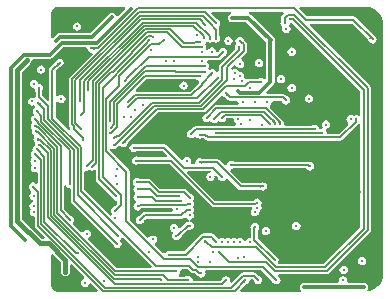
<source format=gbr>
%TF.GenerationSoftware,Altium Limited,Altium Designer,25.2.1 (25)*%
G04 Layer_Physical_Order=3*
G04 Layer_Color=16440176*
%FSLAX45Y45*%
%MOMM*%
%TF.SameCoordinates,B7DAEB1B-2A83-4E2F-BFC4-A44EEF3E448A*%
%TF.FilePolarity,Positive*%
%TF.FileFunction,Copper,L3,Inr,Signal*%
%TF.Part,CustomerPanel*%
G01*
G75*
%TA.AperFunction,Conductor*%
%ADD36C,0.40000*%
%ADD37C,0.20000*%
%ADD38C,0.30000*%
%ADD39C,0.15000*%
%TA.AperFunction,ViaPad*%
%ADD44C,0.30000*%
G36*
X2271785Y3692193D02*
X2208675Y3629083D01*
X2200560Y3630152D01*
X2191592Y3633213D01*
X2185233Y3642729D01*
X2173656Y3650465D01*
X2160000Y3653181D01*
X2146343Y3650465D01*
X2134766Y3642729D01*
X1977101Y3485064D01*
X1716881D01*
X1703225Y3482348D01*
X1691648Y3474612D01*
X1658942Y3441906D01*
X1652042Y3442997D01*
X1643942Y3447289D01*
Y3649989D01*
X1643943Y3649996D01*
X1644023D01*
X1648284Y3671417D01*
X1660418Y3689576D01*
X1678578Y3701710D01*
X1699999Y3705971D01*
Y3706051D01*
X2266044D01*
X2271785Y3692193D01*
D02*
G37*
G36*
X3627529Y3591119D02*
X3627979Y3584226D01*
X3628249Y3582384D01*
X3628579Y3580771D01*
X3628969Y3579385D01*
X3629419Y3578227D01*
X3629929Y3577297D01*
X3630499Y3576595D01*
X3609500Y3576591D01*
X3610069Y3577293D01*
X3610579Y3578223D01*
X3611029Y3579381D01*
X3611419Y3580767D01*
X3611749Y3582381D01*
X3612019Y3584223D01*
X3612379Y3588590D01*
X3612499Y3593869D01*
X3627498Y3593872D01*
X3627529Y3591119D01*
D02*
G37*
G36*
X3029256Y3591382D02*
X3035906Y3585635D01*
X3037261Y3584694D01*
X3038494Y3583950D01*
X3039604Y3583405D01*
X3040591Y3583057D01*
X3041455Y3582907D01*
X3025563Y3569179D01*
X3025530Y3570095D01*
X3025286Y3571128D01*
X3024833Y3572279D01*
X3024170Y3573546D01*
X3023297Y3574930D01*
X3022214Y3576430D01*
X3019419Y3579783D01*
X3015784Y3583603D01*
X3027287Y3593314D01*
X3029256Y3591382D01*
D02*
G37*
G36*
X2937478Y3578165D02*
X2942670Y3573609D01*
X2944163Y3572498D01*
X2945538Y3571590D01*
X2946794Y3570886D01*
X2947931Y3570385D01*
X2948949Y3570088D01*
X2949848Y3569995D01*
X2934999Y3555146D01*
X2934906Y3556045D01*
X2934609Y3557063D01*
X2934108Y3558200D01*
X2933404Y3559456D01*
X2932496Y3560831D01*
X2931385Y3562324D01*
X2928551Y3565667D01*
X2924903Y3569485D01*
X2935509Y3580091D01*
X2937478Y3578165D01*
D02*
G37*
G36*
X3047495Y3465667D02*
X3047524Y3462913D01*
X3047964Y3456015D01*
X3048228Y3454171D01*
X3048551Y3452554D01*
X3048933Y3451165D01*
X3049373Y3450004D01*
X3049872Y3449070D01*
X3050430Y3448363D01*
X3029432Y3448673D01*
X3030014Y3449370D01*
X3030535Y3450296D01*
X3030994Y3451450D01*
X3031392Y3452832D01*
X3031729Y3454442D01*
X3032005Y3456282D01*
X3032372Y3460645D01*
X3032494Y3465923D01*
X3047495Y3465667D01*
D02*
G37*
G36*
X4364585Y3446533D02*
X4349736Y3431684D01*
X4349631Y3431923D01*
X4349315Y3432360D01*
X4348786Y3432994D01*
X4344553Y3437511D01*
X4339152Y3442975D01*
X4353294Y3457117D01*
X4364585Y3446533D01*
D02*
G37*
G36*
X2596940Y3414021D02*
X2596041Y3413927D01*
X2595022Y3413630D01*
X2593885Y3413130D01*
X2592630Y3412425D01*
X2591255Y3411517D01*
X2589762Y3410406D01*
X2586419Y3407573D01*
X2582601Y3403924D01*
X2571995Y3414531D01*
X2573920Y3416499D01*
X2578476Y3421691D01*
X2579588Y3423185D01*
X2580496Y3424559D01*
X2581200Y3425815D01*
X2581700Y3426952D01*
X2581997Y3427970D01*
X2582091Y3428870D01*
X2596940Y3414021D01*
D02*
G37*
G36*
X2893918Y3399562D02*
X2893216Y3400132D01*
X2892286Y3400642D01*
X2891128Y3401092D01*
X2889742Y3401482D01*
X2888128Y3401812D01*
X2886286Y3402082D01*
X2881919Y3402442D01*
X2876640Y3402562D01*
Y3417562D01*
X2879393Y3417592D01*
X2886286Y3418042D01*
X2888128Y3418312D01*
X2889742Y3418642D01*
X2891128Y3419032D01*
X2892286Y3419482D01*
X2893216Y3419992D01*
X2893918Y3420562D01*
Y3399562D01*
D02*
G37*
G36*
X2473130Y3408625D02*
X2472230Y3408531D01*
X2471212Y3408234D01*
X2470075Y3407734D01*
X2468819Y3407030D01*
X2467445Y3406121D01*
X2465951Y3405010D01*
X2462609Y3402177D01*
X2458791Y3398528D01*
X2448184Y3409135D01*
X2450110Y3411103D01*
X2454666Y3416295D01*
X2455777Y3417789D01*
X2456685Y3419163D01*
X2457390Y3420419D01*
X2457890Y3421556D01*
X2458187Y3422574D01*
X2458281Y3423474D01*
X2473130Y3408625D01*
D02*
G37*
G36*
X4340436Y3700909D02*
X4378117Y3685301D01*
X4410475Y3660472D01*
X4435304Y3628114D01*
X4450912Y3590433D01*
X4456163Y3550543D01*
X4456054Y3549996D01*
Y1449996D01*
X4456163Y1449448D01*
X4450912Y1409559D01*
X4435304Y1371877D01*
X4410475Y1339520D01*
X4378117Y1314691D01*
X4340436Y1299082D01*
X4323542Y1296858D01*
X4317349Y1306475D01*
X4316061Y1311003D01*
X4322968Y1321339D01*
X4325684Y1334996D01*
X4322968Y1348652D01*
X4315232Y1360229D01*
X4303655Y1367965D01*
X4289999Y1370681D01*
X4276342Y1367965D01*
X4275891Y1367663D01*
X4158838D01*
X4149226Y1382663D01*
X4150684Y1389996D01*
X4147968Y1403652D01*
X4140232Y1415229D01*
X4128655Y1422965D01*
X4114998Y1425681D01*
X4101342Y1422965D01*
X4089765Y1415229D01*
X4082029Y1403652D01*
X4079313Y1389996D01*
X4080771Y1382663D01*
X4071159Y1367663D01*
X3785516D01*
X3771860Y1364947D01*
X3760283Y1357211D01*
X3752547Y1345634D01*
X3749830Y1331978D01*
X3752547Y1318321D01*
X3758815Y1308940D01*
X3756323Y1300275D01*
X3752446Y1293940D01*
X3252029D01*
X3246289Y1307798D01*
X3286381Y1347890D01*
X3288931Y1348879D01*
X3292285Y1352083D01*
X3294611Y1354055D01*
X3295068Y1354396D01*
X3295092Y1354411D01*
X3295120Y1354424D01*
X3295137Y1354441D01*
X3295278Y1354534D01*
X3295846Y1354853D01*
X3296365Y1355511D01*
X3302120Y1356656D01*
X3313698Y1364392D01*
X3321433Y1375969D01*
X3324150Y1389625D01*
X3324130Y1389724D01*
X3333646Y1401320D01*
X3349022D01*
X3353263Y1397079D01*
X3354252Y1394529D01*
X3357457Y1391175D01*
X3359428Y1388849D01*
X3359769Y1388392D01*
X3359784Y1388368D01*
X3359797Y1388339D01*
X3359814Y1388323D01*
X3359907Y1388182D01*
X3360226Y1387613D01*
X3360885Y1387095D01*
X3362029Y1381339D01*
X3369765Y1369762D01*
X3381342Y1362026D01*
X3394999Y1359310D01*
X3408655Y1362026D01*
X3420232Y1369762D01*
X3427968Y1381339D01*
X3430684Y1394996D01*
X3427968Y1408652D01*
X3420232Y1420229D01*
X3408655Y1427965D01*
X3402899Y1429110D01*
X3402381Y1429768D01*
X3401813Y1430087D01*
X3401672Y1430180D01*
X3401655Y1430197D01*
X3401626Y1430210D01*
X3401601Y1430227D01*
X3401292Y1430456D01*
X3397196Y1434051D01*
X3395649Y1435564D01*
X3393031Y1436616D01*
X3380462Y1449184D01*
X3371366Y1455262D01*
X3360636Y1457397D01*
X3268962D01*
X3258233Y1455263D01*
X3249136Y1449184D01*
X3171299Y1371348D01*
X3158685Y1379947D01*
X3160684Y1389996D01*
X3157968Y1403652D01*
X3150232Y1415229D01*
X3138655Y1422965D01*
X3124999Y1425681D01*
X3111342Y1422965D01*
X3099765Y1415229D01*
X3092029Y1403652D01*
X3090885Y1397897D01*
X3090226Y1397378D01*
X3089908Y1396810D01*
X3089814Y1396669D01*
X3089797Y1396652D01*
X3089784Y1396623D01*
X3089768Y1396598D01*
X3089538Y1396289D01*
X3085943Y1392193D01*
X3084430Y1390646D01*
X3083379Y1388028D01*
X3078985Y1383635D01*
X2850008D01*
X2840684Y1394996D01*
X2837968Y1408652D01*
X2830232Y1420229D01*
X2818655Y1427965D01*
X2804998Y1430681D01*
X2791342Y1427965D01*
X2786463Y1424705D01*
X2785631Y1424804D01*
X2785002Y1424627D01*
X2784834Y1424593D01*
X2784812Y1424593D01*
X2784783Y1424582D01*
X2784758Y1424577D01*
X2784375Y1424521D01*
X2778939Y1424166D01*
X2776771Y1424142D01*
X2774177Y1423034D01*
X2728311D01*
X2725974Y1425934D01*
X2726936Y1444617D01*
X2734672Y1456194D01*
X2737388Y1469851D01*
X2737083Y1471383D01*
X2749394Y1486383D01*
X2798959D01*
X2827640Y1457702D01*
X2836736Y1451624D01*
X2847466Y1449490D01*
X2862131D01*
X2878582Y1433039D01*
X2887678Y1426961D01*
X2888390Y1426819D01*
X2889765Y1424762D01*
X2901342Y1417026D01*
X2914999Y1414310D01*
X2928655Y1417026D01*
X2940232Y1424762D01*
X2947968Y1436339D01*
X2950684Y1449996D01*
X2948298Y1461990D01*
X2949108Y1465317D01*
X2957096Y1476990D01*
X3424533D01*
X3508263Y1393260D01*
X3509252Y1390710D01*
X3512457Y1387356D01*
X3514429Y1385030D01*
X3514769Y1384573D01*
X3514785Y1384548D01*
X3514797Y1384520D01*
X3514814Y1384504D01*
X3514908Y1384362D01*
X3515226Y1383794D01*
X3515885Y1383276D01*
X3517030Y1377520D01*
X3524765Y1365943D01*
X3536342Y1358207D01*
X3549999Y1355491D01*
X3563655Y1358207D01*
X3575232Y1365943D01*
X3582968Y1377520D01*
X3585684Y1391177D01*
X3582968Y1404833D01*
X3575232Y1416410D01*
X3563655Y1424146D01*
X3563016Y1426957D01*
X3574991Y1441957D01*
X3978258D01*
X3988988Y1444092D01*
X3998085Y1450170D01*
X4344825Y1796910D01*
X4350903Y1806006D01*
X4353037Y1816736D01*
Y3017475D01*
X4350903Y3028205D01*
X4344825Y3037301D01*
X3831576Y3550550D01*
X3837316Y3564408D01*
X4188604D01*
X4322725Y3430287D01*
X4323755Y3427758D01*
X4328956Y3422496D01*
X4331357Y3419934D01*
X4331766Y3417878D01*
X4339502Y3406300D01*
X4351079Y3398565D01*
X4364735Y3395848D01*
X4378392Y3398565D01*
X4389969Y3406300D01*
X4397704Y3417878D01*
X4400421Y3431534D01*
X4397704Y3445190D01*
X4389969Y3456768D01*
X4378392Y3464503D01*
X4376712Y3464837D01*
X4368099Y3472911D01*
X4365719Y3473808D01*
X4222902Y3616624D01*
X4212979Y3623255D01*
X4201274Y3625584D01*
X4201272Y3625583D01*
X3812669D01*
X3746059Y3692193D01*
X3751799Y3706051D01*
X4299999D01*
X4300546Y3706160D01*
X4340436Y3700909D01*
D02*
G37*
G36*
X3255091Y3418946D02*
X3255388Y3417928D01*
X3255889Y3416791D01*
X3256593Y3415535D01*
X3257501Y3414161D01*
X3258612Y3412667D01*
X3261446Y3409325D01*
X3265094Y3405507D01*
X3254488Y3394900D01*
X3252519Y3396826D01*
X3247327Y3401382D01*
X3245834Y3402493D01*
X3244459Y3403401D01*
X3243203Y3404105D01*
X3242066Y3404606D01*
X3241048Y3404903D01*
X3240149Y3404996D01*
X3254998Y3419846D01*
X3255091Y3418946D01*
D02*
G37*
G36*
X2912705Y3354720D02*
X2911988Y3355226D01*
X2911044Y3355678D01*
X2909874Y3356078D01*
X2908476Y3356424D01*
X2906852Y3356716D01*
X2902923Y3357142D01*
X2898087Y3357355D01*
X2895329Y3357382D01*
X2894068Y3372382D01*
X2896819Y3372415D01*
X2903687Y3372907D01*
X2905514Y3373203D01*
X2907110Y3373564D01*
X2908475Y3373990D01*
X2909609Y3374483D01*
X2910512Y3375041D01*
X2911183Y3375665D01*
X2912705Y3354720D01*
D02*
G37*
G36*
X1995954Y3365400D02*
X1996486Y3365316D01*
X1997309Y3365241D01*
X2003496Y3365041D01*
X2011179Y3364996D01*
Y3344996D01*
X1995711Y3344496D01*
Y3365495D01*
X1995954Y3365400D01*
D02*
G37*
G36*
X3099849Y3309996D02*
X3098949Y3309903D01*
X3097931Y3309606D01*
X3096794Y3309105D01*
X3095538Y3308401D01*
X3094163Y3307493D01*
X3092670Y3306382D01*
X3089328Y3303548D01*
X3085510Y3299900D01*
X3074903Y3310507D01*
X3076829Y3312475D01*
X3081385Y3317667D01*
X3082496Y3319160D01*
X3083404Y3320535D01*
X3084108Y3321791D01*
X3084609Y3322928D01*
X3084906Y3323946D01*
X3084999Y3324846D01*
X3099849Y3309996D01*
D02*
G37*
G36*
X1714848Y3219996D02*
X1713949Y3219903D01*
X1712931Y3219606D01*
X1711794Y3219105D01*
X1710538Y3218401D01*
X1709163Y3217493D01*
X1707670Y3216382D01*
X1704328Y3213548D01*
X1700510Y3209900D01*
X1689903Y3220507D01*
X1691829Y3222475D01*
X1696385Y3227667D01*
X1697496Y3229160D01*
X1698404Y3230535D01*
X1699108Y3231791D01*
X1699609Y3232928D01*
X1699906Y3233946D01*
X1699999Y3234845D01*
X1714848Y3219996D01*
D02*
G37*
G36*
X2937327Y3197828D02*
X2936636Y3198423D01*
X2935717Y3198954D01*
X2934568Y3199424D01*
X2933190Y3199831D01*
X2931583Y3200175D01*
X2929747Y3200456D01*
X2925388Y3200832D01*
X2920112Y3200957D01*
X2920654Y3215957D01*
X2923409Y3215985D01*
X2932158Y3216672D01*
X2933778Y3216987D01*
X2935170Y3217359D01*
X2936335Y3217788D01*
X2937273Y3218274D01*
X2937983Y3218818D01*
X2937327Y3197828D01*
D02*
G37*
G36*
X3168597Y3649408D02*
X3161342Y3647965D01*
X3149765Y3640229D01*
X3142029Y3628652D01*
X3139313Y3614996D01*
X3142029Y3601339D01*
X3149765Y3589762D01*
X3161342Y3582026D01*
X3174998Y3579310D01*
X3295219D01*
X3464313Y3410216D01*
Y3098800D01*
X3449313Y3094250D01*
X3449134Y3094518D01*
X3437556Y3102253D01*
X3423900Y3104970D01*
X3410244Y3102253D01*
X3406430Y3099705D01*
X3406212Y3099777D01*
X3405876Y3099751D01*
X3405433Y3099813D01*
X3404912Y3099678D01*
X3398170Y3099163D01*
X3396128Y3099142D01*
X3393527Y3098034D01*
X3319998D01*
X3309269Y3095900D01*
X3307365Y3094628D01*
X3306143Y3094297D01*
X3289818Y3097397D01*
X3287921Y3098784D01*
X3285517Y3102383D01*
X3278159Y3107299D01*
X3280684Y3119996D01*
X3277968Y3133652D01*
X3270232Y3145229D01*
X3258655Y3152965D01*
X3244999Y3155682D01*
X3244586Y3155599D01*
X3229491Y3159322D01*
X3221755Y3170899D01*
X3210178Y3178635D01*
X3196521Y3181352D01*
X3182865Y3178635D01*
X3178037Y3175409D01*
X3177113Y3175800D01*
X3168086Y3186800D01*
X3195224Y3213938D01*
X3211500Y3209001D01*
X3212029Y3206339D01*
X3219765Y3194762D01*
X3231342Y3187026D01*
X3244999Y3184310D01*
X3258655Y3187026D01*
X3270232Y3194762D01*
X3277968Y3206339D01*
X3280684Y3219996D01*
X3277968Y3233652D01*
X3270232Y3245229D01*
X3258655Y3252965D01*
X3255993Y3253494D01*
X3251056Y3269770D01*
X3292304Y3311018D01*
X3298382Y3320114D01*
X3300516Y3330844D01*
Y3387517D01*
X3298382Y3398247D01*
X3292304Y3407343D01*
X3281734Y3417912D01*
X3280745Y3420463D01*
X3277541Y3423816D01*
X3275569Y3426143D01*
X3275228Y3426600D01*
X3275213Y3426624D01*
X3275200Y3426652D01*
X3275183Y3426668D01*
X3275090Y3426810D01*
X3274771Y3427378D01*
X3274113Y3427897D01*
X3272968Y3433652D01*
X3265232Y3445229D01*
X3253655Y3452965D01*
X3239999Y3455681D01*
X3226342Y3452965D01*
X3214765Y3445229D01*
X3207029Y3433652D01*
X3204313Y3419996D01*
X3207029Y3406339D01*
X3213006Y3397395D01*
X3209765Y3395229D01*
X3202029Y3383652D01*
X3199313Y3369996D01*
X3202029Y3356339D01*
X3204132Y3353193D01*
X3070172Y3219233D01*
X3064094Y3210137D01*
X3061960Y3199407D01*
Y3160350D01*
X3051294Y3153418D01*
X3042078Y3158005D01*
X3034343Y3169582D01*
X3022766Y3177318D01*
X3009109Y3180034D01*
X2995453Y3177318D01*
X2986720Y3171483D01*
X2976026Y3182378D01*
X2980500Y3193087D01*
X2981331Y3194332D01*
X2984048Y3207988D01*
X2981331Y3221645D01*
X2973596Y3233222D01*
X2963742Y3239806D01*
X2963204Y3242100D01*
X2972001Y3255188D01*
X2975881Y3257100D01*
X3060142D01*
X3070872Y3259235D01*
X3079968Y3265312D01*
X3097915Y3283260D01*
X3100465Y3284249D01*
X3103819Y3287454D01*
X3106145Y3289425D01*
X3106603Y3289766D01*
X3106627Y3289782D01*
X3106655Y3289794D01*
X3106671Y3289811D01*
X3106813Y3289905D01*
X3107381Y3290223D01*
X3107900Y3290882D01*
X3113655Y3292026D01*
X3125232Y3299762D01*
X3132968Y3311339D01*
X3135684Y3324996D01*
X3132968Y3338652D01*
X3125232Y3350229D01*
X3113655Y3357965D01*
X3099999Y3360681D01*
X3086342Y3357965D01*
X3074765Y3350229D01*
X3067029Y3338652D01*
X3065885Y3332897D01*
X3065226Y3332378D01*
X3064908Y3331810D01*
X3064814Y3331669D01*
X3064797Y3331652D01*
X3064784Y3331623D01*
X3064768Y3331598D01*
X3064538Y3331289D01*
X3060943Y3327193D01*
X3059430Y3325647D01*
X3044508Y3324102D01*
X3041678Y3325615D01*
X3040658Y3327467D01*
X3037941Y3341123D01*
X3030206Y3352701D01*
X3018628Y3360436D01*
X3004972Y3363153D01*
X2991316Y3360436D01*
X2979739Y3352701D01*
X2974945Y3345527D01*
X2960557Y3344341D01*
X2957971Y3345067D01*
X2954663Y3350914D01*
X2955597Y3352312D01*
X2958314Y3365968D01*
X2955597Y3379625D01*
X2949148Y3389277D01*
X2950856Y3398902D01*
X2953388Y3405414D01*
X2965523Y3412573D01*
X2977100Y3404838D01*
X2990757Y3402121D01*
X3004413Y3404838D01*
X3015265Y3412089D01*
X3026117Y3404838D01*
X3039773Y3402121D01*
X3053430Y3404838D01*
X3065007Y3412574D01*
X3072742Y3424151D01*
X3075459Y3437807D01*
X3072742Y3451464D01*
X3069697Y3456022D01*
X3069807Y3456902D01*
X3069629Y3457549D01*
X3069615Y3457622D01*
X3069616Y3457675D01*
X3069590Y3457744D01*
X3069574Y3457827D01*
X3069514Y3458244D01*
X3069164Y3463720D01*
X3069141Y3465897D01*
X3068033Y3468494D01*
Y3513681D01*
X3065899Y3524411D01*
X3065735Y3524656D01*
X3065745Y3542704D01*
X3073481Y3554281D01*
X3076198Y3567937D01*
X3073481Y3581594D01*
X3065745Y3593171D01*
X3054168Y3600906D01*
X3050270Y3601682D01*
X3050136Y3601863D01*
X3050061Y3602014D01*
X3049963Y3602098D01*
X3049678Y3602485D01*
X3049210Y3602767D01*
X3049153Y3602833D01*
X3049062Y3602877D01*
X3043929Y3607314D01*
X3042446Y3608768D01*
X3039821Y3609826D01*
X2999097Y3650550D01*
X3004837Y3664408D01*
X3167120D01*
X3168597Y3649408D01*
D02*
G37*
G36*
X2183950Y3159683D02*
X2183344Y3159627D01*
X2182582Y3159357D01*
X2181665Y3158874D01*
X2180592Y3158178D01*
X2179364Y3157268D01*
X2176441Y3154809D01*
X2170891Y3149519D01*
X2160284Y3160126D01*
X2162261Y3162131D01*
X2168943Y3169827D01*
X2169639Y3170900D01*
X2170122Y3171817D01*
X2170392Y3172579D01*
X2170448Y3173185D01*
X2183950Y3159683D01*
D02*
G37*
G36*
X2937827Y3144176D02*
X2937161Y3144807D01*
X2936263Y3145371D01*
X2935133Y3145869D01*
X2933772Y3146301D01*
X2932179Y3146666D01*
X2930355Y3146965D01*
X2926011Y3147363D01*
X2920740Y3147496D01*
X2922188Y3162496D01*
X2924948Y3162522D01*
X2933716Y3163148D01*
X2935341Y3163435D01*
X2936739Y3163774D01*
X2937910Y3164165D01*
X2938854Y3164608D01*
X2939572Y3165103D01*
X2937827Y3144176D01*
D02*
G37*
G36*
X3008959Y3129349D02*
X3008060Y3129256D01*
X3007041Y3128959D01*
X3005905Y3128458D01*
X3004649Y3127754D01*
X3003274Y3126846D01*
X3001781Y3125735D01*
X2998438Y3122901D01*
X2994620Y3119253D01*
X2984014Y3129860D01*
X2985940Y3131828D01*
X2990496Y3137020D01*
X2991607Y3138513D01*
X2992515Y3139888D01*
X2993219Y3141144D01*
X2993720Y3142281D01*
X2994017Y3143299D01*
X2994110Y3144198D01*
X3008959Y3129349D01*
D02*
G37*
G36*
X2894286Y3109496D02*
X2893584Y3110066D01*
X2892654Y3110576D01*
X2891496Y3111026D01*
X2890110Y3111416D01*
X2888497Y3111746D01*
X2886655Y3112016D01*
X2882287Y3112376D01*
X2877008Y3112496D01*
Y3127496D01*
X2879762Y3127526D01*
X2886655Y3127976D01*
X2888497Y3128246D01*
X2890110Y3128576D01*
X2891496Y3128966D01*
X2892654Y3129416D01*
X2893584Y3129926D01*
X2894286Y3130496D01*
Y3109496D01*
D02*
G37*
G36*
X2182213Y3103264D02*
X2181313Y3103171D01*
X2180295Y3102874D01*
X2179158Y3102373D01*
X2177902Y3101669D01*
X2176528Y3100761D01*
X2175035Y3099650D01*
X2171692Y3096816D01*
X2167874Y3093168D01*
X2157267Y3103774D01*
X2159193Y3105743D01*
X2163749Y3110935D01*
X2164861Y3112428D01*
X2165769Y3113803D01*
X2166473Y3115059D01*
X2166973Y3116195D01*
X2167270Y3117214D01*
X2167364Y3118113D01*
X2182213Y3103264D01*
D02*
G37*
G36*
X2290094Y3094485D02*
X2288168Y3092516D01*
X2283612Y3087324D01*
X2282501Y3085831D01*
X2281593Y3084456D01*
X2280889Y3083200D01*
X2280388Y3082063D01*
X2280091Y3081045D01*
X2279998Y3080146D01*
X2265149Y3094995D01*
X2266048Y3095088D01*
X2267066Y3095385D01*
X2268203Y3095886D01*
X2269459Y3096590D01*
X2270834Y3097498D01*
X2272327Y3098609D01*
X2275670Y3101443D01*
X2279487Y3105091D01*
X2290094Y3094485D01*
D02*
G37*
G36*
X3052406Y3089053D02*
X3051506Y3088960D01*
X3050488Y3088663D01*
X3049351Y3088162D01*
X3048096Y3087458D01*
X3046721Y3086550D01*
X3045228Y3085439D01*
X3041885Y3082605D01*
X3038067Y3078957D01*
X3027461Y3089563D01*
X3029386Y3091532D01*
X3033942Y3096724D01*
X3035054Y3098217D01*
X3035962Y3099592D01*
X3036666Y3100847D01*
X3037166Y3101984D01*
X3037463Y3103003D01*
X3037557Y3103902D01*
X3052406Y3089053D01*
D02*
G37*
G36*
X3412702Y3059304D02*
X3412018Y3059911D01*
X3411104Y3060453D01*
X3409961Y3060932D01*
X3408588Y3061347D01*
X3406985Y3061698D01*
X3405152Y3061985D01*
X3400798Y3062368D01*
X3395524Y3062496D01*
X3396347Y3077495D01*
X3399103Y3077523D01*
X3407859Y3078192D01*
X3409481Y3078498D01*
X3410876Y3078860D01*
X3412043Y3079278D01*
X3412984Y3079751D01*
X3413698Y3080280D01*
X3412702Y3059304D01*
D02*
G37*
G36*
X2226213Y3062266D02*
X2226663Y3055373D01*
X2226933Y3053531D01*
X2227263Y3051917D01*
X2227653Y3050531D01*
X2228103Y3049373D01*
X2228613Y3048443D01*
X2229183Y3047741D01*
X2208183D01*
X2208753Y3048443D01*
X2209263Y3049373D01*
X2209713Y3050531D01*
X2210103Y3051917D01*
X2210433Y3053531D01*
X2210703Y3055373D01*
X2211063Y3059740D01*
X2211183Y3065019D01*
X2226182D01*
X2226213Y3062266D01*
D02*
G37*
G36*
X2218533Y3022030D02*
X2217633Y3021936D01*
X2216615Y3021639D01*
X2215478Y3021139D01*
X2214222Y3020435D01*
X2212847Y3019527D01*
X2211354Y3018415D01*
X2208012Y3015582D01*
X2204194Y3011934D01*
X2193587Y3022540D01*
X2195513Y3024508D01*
X2200069Y3029701D01*
X2201180Y3031194D01*
X2202088Y3032568D01*
X2202792Y3033824D01*
X2203293Y3034961D01*
X2203590Y3035979D01*
X2203683Y3036879D01*
X2218533Y3022030D01*
D02*
G37*
G36*
X1967528Y3023440D02*
X1967978Y3016548D01*
X1968248Y3014706D01*
X1968578Y3013092D01*
X1968968Y3011706D01*
X1969418Y3010548D01*
X1969928Y3009618D01*
X1970498Y3008916D01*
X1949498D01*
X1950068Y3009618D01*
X1950578Y3010548D01*
X1951028Y3011706D01*
X1951419Y3013092D01*
X1951748Y3014706D01*
X1952018Y3016548D01*
X1952378Y3020915D01*
X1952499Y3026194D01*
X1967498D01*
X1967528Y3023440D01*
D02*
G37*
G36*
X1549928Y3008580D02*
X1549418Y3007650D01*
X1548968Y3006492D01*
X1548578Y3005106D01*
X1548248Y3003493D01*
X1547978Y3001651D01*
X1547618Y2997283D01*
X1547498Y2992004D01*
X1532498D01*
X1532468Y2994758D01*
X1532018Y3001651D01*
X1531748Y3003493D01*
X1531418Y3005106D01*
X1531028Y3006492D01*
X1530578Y3007650D01*
X1530068Y3008580D01*
X1529498Y3009282D01*
X1550498D01*
X1549928Y3008580D01*
D02*
G37*
G36*
X2876517Y3090853D02*
X2881152Y3090748D01*
X2884193Y3090498D01*
X2884758Y3090415D01*
X2884784Y3090409D01*
X2884812Y3090398D01*
X2884835Y3090399D01*
X2885001Y3090365D01*
X2885631Y3090188D01*
X2886463Y3090287D01*
X2891090Y3087195D01*
X2891343Y3087025D01*
X2895009Y3078884D01*
X2896476Y3070711D01*
X2891721Y3063594D01*
X2891414Y3062051D01*
X2817397Y2988034D01*
X2365444D01*
X2359230Y3003034D01*
X2448154Y3091957D01*
X2874014D01*
X2876517Y3090853D01*
D02*
G37*
G36*
X3138800Y2975268D02*
X3138961Y2974238D01*
X3139342Y2973092D01*
X3139944Y2971827D01*
X3140765Y2970445D01*
X3141805Y2968945D01*
X3143066Y2967327D01*
X3146246Y2963739D01*
X3148165Y2961768D01*
X3135239Y2953482D01*
X3133264Y2955428D01*
X3125404Y2962280D01*
X3124236Y2963075D01*
X3123201Y2963678D01*
X3122301Y2964089D01*
X3121535Y2964308D01*
X3138858Y2976179D01*
X3138800Y2975268D01*
D02*
G37*
G36*
X1897528Y2935232D02*
X1897978Y2928340D01*
X1898248Y2926498D01*
X1898578Y2924884D01*
X1898968Y2923498D01*
X1899418Y2922340D01*
X1899928Y2921410D01*
X1900498Y2920708D01*
X1879498D01*
X1880068Y2921410D01*
X1880578Y2922340D01*
X1881028Y2923498D01*
X1881418Y2924884D01*
X1881748Y2926498D01*
X1882018Y2928340D01*
X1882378Y2932707D01*
X1882498Y2937986D01*
X1897498D01*
X1897528Y2935232D01*
D02*
G37*
G36*
X3617478Y2938165D02*
X3622670Y2933609D01*
X3624163Y2932498D01*
X3625538Y2931590D01*
X3626794Y2930886D01*
X3627931Y2930385D01*
X3628949Y2930088D01*
X3629848Y2929995D01*
X3614999Y2915146D01*
X3614906Y2916045D01*
X3614609Y2917064D01*
X3614108Y2918200D01*
X3613404Y2919456D01*
X3612496Y2920831D01*
X3611385Y2922324D01*
X3608551Y2925667D01*
X3604903Y2929485D01*
X3615510Y2940091D01*
X3617478Y2938165D01*
D02*
G37*
G36*
X2316711Y2915599D02*
X2314785Y2913631D01*
X2310229Y2908438D01*
X2309118Y2906945D01*
X2308210Y2905571D01*
X2307506Y2904315D01*
X2307005Y2903178D01*
X2306708Y2902160D01*
X2306615Y2901260D01*
X2291766Y2916109D01*
X2292665Y2916203D01*
X2293683Y2916500D01*
X2294820Y2917000D01*
X2296076Y2917704D01*
X2297451Y2918612D01*
X2298944Y2919724D01*
X2302286Y2922557D01*
X2306104Y2926205D01*
X2316711Y2915599D01*
D02*
G37*
G36*
X1949513Y3356000D02*
X1949313Y3354996D01*
X1952029Y3341339D01*
X1959765Y3329762D01*
X1971342Y3322026D01*
X1984999Y3319310D01*
X1986705Y3319649D01*
X1994095Y3305825D01*
X1802672Y3114403D01*
X1796594Y3105307D01*
X1794460Y3094577D01*
Y2711950D01*
X1796594Y2701220D01*
X1802672Y2692123D01*
X1807331Y2687465D01*
Y2673226D01*
X1808497Y2667363D01*
X1794673Y2659974D01*
X1683037Y2771610D01*
Y2901230D01*
X1685736Y2903301D01*
X1704721Y2901888D01*
X1716298Y2894152D01*
X1729954Y2891435D01*
X1743610Y2894152D01*
X1755188Y2901888D01*
X1762923Y2913465D01*
X1765640Y2927121D01*
X1762923Y2940777D01*
X1755188Y2952355D01*
X1743610Y2960090D01*
X1729954Y2962807D01*
X1716298Y2960090D01*
X1704721Y2952355D01*
X1685736Y2950941D01*
X1683037Y2953012D01*
Y3163382D01*
X1712915Y3193260D01*
X1715465Y3194249D01*
X1718819Y3197454D01*
X1721145Y3199425D01*
X1721603Y3199766D01*
X1721627Y3199782D01*
X1721655Y3199794D01*
X1721671Y3199811D01*
X1721813Y3199904D01*
X1722381Y3200223D01*
X1722900Y3200882D01*
X1728655Y3202026D01*
X1740232Y3209762D01*
X1747968Y3221339D01*
X1750684Y3234996D01*
X1747968Y3248652D01*
X1740232Y3260229D01*
X1728655Y3267965D01*
X1714999Y3270681D01*
X1701342Y3267965D01*
X1689765Y3260229D01*
X1682029Y3248652D01*
X1680885Y3242896D01*
X1680226Y3242378D01*
X1679908Y3241810D01*
X1679814Y3241669D01*
X1679797Y3241652D01*
X1679784Y3241623D01*
X1679768Y3241598D01*
X1679538Y3241289D01*
X1675943Y3237193D01*
X1674430Y3235646D01*
X1673379Y3233028D01*
X1635172Y3194822D01*
X1629094Y3185725D01*
X1626960Y3174995D01*
Y2917285D01*
X1613102Y2911545D01*
X1568036Y2956610D01*
Y2989010D01*
X1569140Y2991513D01*
X1569246Y2996148D01*
X1569496Y2999189D01*
X1569579Y2999754D01*
X1569584Y2999780D01*
X1569595Y2999808D01*
X1569595Y2999831D01*
X1569629Y2999997D01*
X1569806Y3000627D01*
X1569707Y3001459D01*
X1572967Y3006338D01*
X1575684Y3019994D01*
X1572967Y3033651D01*
X1565232Y3045228D01*
X1553654Y3052964D01*
X1539998Y3055680D01*
X1535829Y3054851D01*
X1535684Y3054996D01*
X1532968Y3068652D01*
X1525232Y3080229D01*
X1513655Y3087965D01*
X1499999Y3090681D01*
X1486342Y3087965D01*
X1474765Y3080229D01*
X1467029Y3068652D01*
X1464313Y3054996D01*
X1467029Y3041339D01*
X1474765Y3029762D01*
X1486342Y3022026D01*
X1499998Y3019310D01*
X1507029Y3006338D01*
X1510289Y3001459D01*
X1510190Y3000627D01*
X1510367Y2999998D01*
X1510401Y2999830D01*
X1510401Y2999808D01*
X1510412Y2999779D01*
X1510417Y2999754D01*
X1510473Y2999371D01*
X1510828Y2993935D01*
X1510851Y2991768D01*
X1511959Y2989173D01*
Y2947116D01*
X1506001Y2941847D01*
X1498655Y2937965D01*
X1484999Y2940681D01*
X1471342Y2937965D01*
X1459765Y2930229D01*
X1452029Y2918652D01*
X1449313Y2904996D01*
X1452029Y2891339D01*
X1459765Y2879762D01*
X1471342Y2872027D01*
X1484999Y2869310D01*
X1497655Y2871828D01*
X1499609Y2871075D01*
X1500324Y2870586D01*
X1505543Y2866080D01*
X1503893Y2849424D01*
X1499457Y2846460D01*
X1491721Y2834883D01*
X1489005Y2821227D01*
X1491721Y2807570D01*
X1494806Y2802953D01*
X1495996Y2791336D01*
X1490681Y2784183D01*
X1484765Y2780229D01*
X1477029Y2768652D01*
X1474313Y2754996D01*
X1477029Y2741339D01*
X1480843Y2735632D01*
X1484712Y2720176D01*
X1476977Y2708599D01*
X1474260Y2694943D01*
X1476977Y2681287D01*
X1484614Y2669856D01*
X1481094Y2664588D01*
X1478377Y2650931D01*
X1481094Y2637275D01*
X1488829Y2625698D01*
X1494697Y2621777D01*
X1500031Y2614446D01*
X1498808Y2602986D01*
X1495650Y2598259D01*
X1492933Y2584602D01*
X1495650Y2570946D01*
X1503385Y2559369D01*
X1508032Y2556264D01*
X1506750Y2554345D01*
X1504034Y2540689D01*
X1505521Y2533212D01*
X1495322Y2526397D01*
X1487587Y2514820D01*
X1484870Y2501163D01*
X1487587Y2487507D01*
X1487768Y2487236D01*
X1484765Y2485229D01*
X1477029Y2473652D01*
X1474313Y2459996D01*
X1477029Y2446339D01*
X1484765Y2434762D01*
X1476452Y2422276D01*
X1470471Y2413323D01*
X1467754Y2399667D01*
X1470471Y2386011D01*
X1474605Y2379822D01*
X1479765Y2365229D01*
X1472029Y2353652D01*
X1469313Y2339996D01*
X1472029Y2326339D01*
X1479765Y2314762D01*
X1491342Y2307026D01*
X1504999Y2304310D01*
X1516959Y2306689D01*
X1520425Y2305809D01*
X1531960Y2297876D01*
Y2211032D01*
X1516960Y2206482D01*
X1515410Y2208800D01*
X1503833Y2216536D01*
X1490177Y2219252D01*
X1476521Y2216536D01*
X1464943Y2208800D01*
X1457208Y2197223D01*
X1454491Y2183567D01*
X1457208Y2169910D01*
X1464943Y2158333D01*
X1475900Y2151012D01*
X1476694Y2146469D01*
X1477135Y2135947D01*
X1476435Y2134686D01*
X1469765Y2130229D01*
X1462030Y2118652D01*
X1459313Y2104996D01*
X1462030Y2091339D01*
X1469765Y2079762D01*
X1481343Y2072027D01*
X1490813Y2070143D01*
Y2054849D01*
X1481342Y2052965D01*
X1469765Y2045229D01*
X1462029Y2033652D01*
X1459313Y2019996D01*
X1462029Y2006339D01*
X1469765Y1994762D01*
X1472117Y1993191D01*
X1464529Y1981833D01*
X1461812Y1968177D01*
X1464529Y1954521D01*
X1472264Y1942944D01*
X1483842Y1935208D01*
X1497498Y1932491D01*
X1504460Y1926778D01*
Y1854176D01*
X1506594Y1843446D01*
X1512672Y1834349D01*
X1589284Y1757737D01*
X1583544Y1743879D01*
X1562431D01*
X1395782Y1910529D01*
Y3153082D01*
X1468257Y3225557D01*
X1477098Y3238789D01*
X1480203Y3254396D01*
X1480159Y3254615D01*
X1489675Y3266210D01*
X1631898D01*
X1645555Y3268926D01*
X1657132Y3276662D01*
X1748065Y3367595D01*
X1939997D01*
X1949513Y3356000D01*
D02*
G37*
G36*
X3616551Y3649408D02*
X3600172Y3633030D01*
X3594094Y3623933D01*
X3591960Y3613203D01*
Y3596864D01*
X3590856Y3594362D01*
X3590751Y3589726D01*
X3590500Y3586682D01*
X3590418Y3586122D01*
X3590412Y3586091D01*
X3590402Y3586065D01*
X3590402Y3586044D01*
X3590367Y3585872D01*
X3590190Y3585243D01*
X3590289Y3584411D01*
X3587032Y3579537D01*
X3584316Y3565881D01*
X3587032Y3552224D01*
X3594768Y3540647D01*
X3603019Y3535134D01*
X3602029Y3533652D01*
X3599313Y3519996D01*
X3602029Y3506339D01*
X3609765Y3494762D01*
X3621342Y3487027D01*
X3634999Y3484310D01*
X3648655Y3487027D01*
X3660232Y3494762D01*
X3667968Y3506339D01*
X3670684Y3519996D01*
X3667968Y3533652D01*
X3660232Y3545229D01*
X3661890Y3562162D01*
X3665615Y3565995D01*
X3679272Y3568712D01*
X3681679Y3570320D01*
X4262012Y2989987D01*
Y2791073D01*
X4247012Y2783309D01*
X4241794Y2786795D01*
X4228138Y2789512D01*
X4214482Y2786795D01*
X4204944Y2780422D01*
X4193655Y2787965D01*
X4179998Y2790681D01*
X4166342Y2787965D01*
X4154765Y2780229D01*
X4147029Y2768652D01*
X4144313Y2754996D01*
X4147029Y2741339D01*
X4154765Y2729762D01*
X4157243Y2728106D01*
X4159590Y2709240D01*
X4079293Y2628942D01*
X3982704D01*
X3975684Y2637496D01*
X3972968Y2651152D01*
X3967295Y2659642D01*
X3968376Y2665507D01*
X3970253Y2670053D01*
X3973673Y2675041D01*
X3983655Y2677026D01*
X3995232Y2684762D01*
X4002968Y2696339D01*
X4005684Y2709996D01*
X4002968Y2723652D01*
X3995232Y2735229D01*
X3983655Y2742965D01*
X3969998Y2745681D01*
X3956342Y2742965D01*
X3944765Y2735229D01*
X3937029Y2723652D01*
X3934313Y2709996D01*
X3937029Y2696339D01*
X3942702Y2687849D01*
X3941621Y2681984D01*
X3939743Y2677438D01*
X3936324Y2672450D01*
X3926342Y2670465D01*
X3925350Y2669802D01*
X3920103Y2670766D01*
X3913125Y2673880D01*
X3912142Y2674740D01*
X3910691Y2676147D01*
X3909777Y2677057D01*
X3907968Y2686152D01*
X3900232Y2697729D01*
X3888655Y2705465D01*
X3874999Y2708182D01*
X3861342Y2705465D01*
X3856463Y2702205D01*
X3855631Y2702304D01*
X3855002Y2702127D01*
X3854835Y2702093D01*
X3854812Y2702093D01*
X3854784Y2702082D01*
X3854758Y2702077D01*
X3854376Y2702021D01*
X3848939Y2701666D01*
X3846771Y2701642D01*
X3844177Y2700534D01*
X3627882D01*
X3618366Y2712129D01*
X3618697Y2713794D01*
X3615981Y2727450D01*
X3608245Y2739028D01*
X3605794Y2740666D01*
X3605450Y2741695D01*
X3590817Y2758545D01*
X3587835Y2760034D01*
X3493924Y2853945D01*
X3496688Y2872394D01*
X3500232Y2874762D01*
X3507968Y2886339D01*
X3510684Y2899996D01*
X3510611Y2900362D01*
X3520127Y2911957D01*
X3591710D01*
X3592457Y2911175D01*
X3594428Y2908849D01*
X3594769Y2908392D01*
X3594785Y2908368D01*
X3594797Y2908339D01*
X3594814Y2908323D01*
X3594907Y2908182D01*
X3595226Y2907613D01*
X3595885Y2907095D01*
X3597029Y2901339D01*
X3604765Y2889762D01*
X3616342Y2882026D01*
X3629999Y2879310D01*
X3643655Y2882026D01*
X3655232Y2889762D01*
X3662968Y2901339D01*
X3665684Y2914996D01*
X3662968Y2928652D01*
X3655232Y2940229D01*
X3643655Y2947965D01*
X3637900Y2949110D01*
X3637381Y2949768D01*
X3636813Y2950087D01*
X3636672Y2950180D01*
X3636655Y2950197D01*
X3636626Y2950210D01*
X3636601Y2950227D01*
X3636292Y2950456D01*
X3632196Y2954051D01*
X3630649Y2955564D01*
X3628031Y2956616D01*
X3624825Y2959822D01*
X3615729Y2965900D01*
X3604999Y2968034D01*
X3468102D01*
X3462362Y2981892D01*
X3525232Y3044762D01*
X3532968Y3056340D01*
X3535684Y3069996D01*
Y3411531D01*
X3537919Y3422763D01*
X3535202Y3436419D01*
X3527466Y3447997D01*
X3335234Y3640229D01*
X3323657Y3647965D01*
X3316402Y3649408D01*
X3317879Y3664408D01*
X3610337D01*
X3616551Y3649408D01*
D02*
G37*
G36*
X1551756Y2892871D02*
X1552053Y2891852D01*
X1552554Y2890716D01*
X1553258Y2889460D01*
X1554166Y2888085D01*
X1555277Y2886592D01*
X1558111Y2883249D01*
X1561759Y2879431D01*
X1551152Y2868825D01*
X1549184Y2870751D01*
X1543992Y2875307D01*
X1542499Y2876418D01*
X1541124Y2877326D01*
X1539868Y2878030D01*
X1538731Y2878531D01*
X1537713Y2878828D01*
X1536814Y2878921D01*
X1551663Y2893770D01*
X1551756Y2892871D01*
D02*
G37*
G36*
X1539783Y2820177D02*
X1540080Y2819159D01*
X1540581Y2818022D01*
X1541285Y2816766D01*
X1542193Y2815392D01*
X1543304Y2813898D01*
X1546138Y2810556D01*
X1549786Y2806738D01*
X1539180Y2796131D01*
X1537211Y2798057D01*
X1532019Y2802613D01*
X1530526Y2803724D01*
X1529151Y2804632D01*
X1527895Y2805337D01*
X1526758Y2805837D01*
X1525740Y2806134D01*
X1524841Y2806228D01*
X1539690Y2821077D01*
X1539783Y2820177D01*
D02*
G37*
G36*
X1920384Y2804775D02*
X1918459Y2802806D01*
X1913915Y2797611D01*
X1912811Y2796115D01*
X1911911Y2794737D01*
X1911217Y2793478D01*
X1910727Y2792336D01*
X1910443Y2791313D01*
X1910364Y2790408D01*
X1895257Y2804995D01*
X1896150Y2805103D01*
X1897162Y2805412D01*
X1898294Y2805924D01*
X1899546Y2806638D01*
X1900916Y2807554D01*
X1902407Y2808672D01*
X1905746Y2811515D01*
X1909563Y2815167D01*
X1920384Y2804775D01*
D02*
G37*
G36*
X3115094Y2779485D02*
X3113168Y2777516D01*
X3108612Y2772324D01*
X3107501Y2770831D01*
X3106593Y2769456D01*
X3105889Y2768200D01*
X3105388Y2767064D01*
X3105091Y2766045D01*
X3104998Y2765146D01*
X3090149Y2779995D01*
X3091048Y2780088D01*
X3092066Y2780385D01*
X3093203Y2780886D01*
X3094459Y2781590D01*
X3095834Y2782498D01*
X3097327Y2783609D01*
X3100669Y2786443D01*
X3104487Y2790091D01*
X3115094Y2779485D01*
D02*
G37*
G36*
X2985094D02*
X2983168Y2777516D01*
X2978612Y2772324D01*
X2977501Y2770831D01*
X2976593Y2769456D01*
X2975889Y2768200D01*
X2975388Y2767064D01*
X2975091Y2766045D01*
X2974998Y2765146D01*
X2960149Y2779995D01*
X2961048Y2780088D01*
X2962066Y2780385D01*
X2963203Y2780886D01*
X2964459Y2781590D01*
X2965834Y2782498D01*
X2967327Y2783609D01*
X2970669Y2786443D01*
X2974487Y2790091D01*
X2985094Y2779485D01*
D02*
G37*
G36*
X3050094Y2774485D02*
X3048168Y2772516D01*
X3043612Y2767324D01*
X3042501Y2765831D01*
X3041593Y2764456D01*
X3040889Y2763200D01*
X3040388Y2762064D01*
X3040091Y2761045D01*
X3039998Y2760146D01*
X3025149Y2774995D01*
X3026048Y2775088D01*
X3027066Y2775385D01*
X3028203Y2775886D01*
X3029459Y2776590D01*
X3030834Y2777498D01*
X3032327Y2778609D01*
X3035670Y2781443D01*
X3039487Y2785091D01*
X3050094Y2774485D01*
D02*
G37*
G36*
X2147532Y2766030D02*
X2148042Y2759176D01*
X2148347Y2757357D01*
X2148721Y2755771D01*
X2149162Y2754419D01*
X2149671Y2753299D01*
X2150248Y2752412D01*
X2150893Y2751758D01*
X2130011Y2749537D01*
X2130484Y2750254D01*
X2130907Y2751199D01*
X2131280Y2752370D01*
X2131603Y2753769D01*
X2131877Y2755394D01*
X2132275Y2759327D01*
X2132474Y2764169D01*
X2132499Y2766930D01*
X2147498Y2768781D01*
X2147532Y2766030D01*
D02*
G37*
G36*
X1525091Y2753946D02*
X1525388Y2752928D01*
X1525889Y2751791D01*
X1526593Y2750535D01*
X1527501Y2749161D01*
X1528612Y2747667D01*
X1531446Y2744325D01*
X1535094Y2740507D01*
X1524487Y2729900D01*
X1522519Y2731826D01*
X1517327Y2736382D01*
X1515834Y2737493D01*
X1514459Y2738401D01*
X1513203Y2739106D01*
X1512066Y2739606D01*
X1511048Y2739903D01*
X1510149Y2739997D01*
X1524998Y2754846D01*
X1525091Y2753946D01*
D02*
G37*
G36*
X3544396Y2729345D02*
X3525697Y2722909D01*
X3525961Y2723654D01*
X3525983Y2724536D01*
X3525760Y2725556D01*
X3525293Y2726713D01*
X3524583Y2728008D01*
X3523629Y2729440D01*
X3522431Y2731010D01*
X3519304Y2734562D01*
X3517375Y2736544D01*
X3529329Y2745804D01*
X3544396Y2729345D01*
D02*
G37*
G36*
X3589105Y2727501D02*
X3570448Y2721989D01*
X3570733Y2722686D01*
X3570772Y2723527D01*
X3570564Y2724511D01*
X3570110Y2725638D01*
X3569409Y2726907D01*
X3568462Y2728320D01*
X3567268Y2729876D01*
X3564141Y2733417D01*
X3562208Y2735402D01*
X3574472Y2744351D01*
X3589105Y2727501D01*
D02*
G37*
G36*
X3482478Y2738165D02*
X3487670Y2733609D01*
X3489163Y2732498D01*
X3490538Y2731590D01*
X3491794Y2730886D01*
X3492931Y2730385D01*
X3493949Y2730088D01*
X3494848Y2729995D01*
X3479999Y2715146D01*
X3479906Y2716045D01*
X3479609Y2717063D01*
X3479108Y2718200D01*
X3478404Y2719456D01*
X3477496Y2720831D01*
X3476385Y2722324D01*
X3473551Y2725667D01*
X3469903Y2729485D01*
X3480510Y2740091D01*
X3482478Y2738165D01*
D02*
G37*
G36*
X2173324Y2696254D02*
X2171399Y2694286D01*
X2166843Y2689094D01*
X2165731Y2687600D01*
X2164823Y2686226D01*
X2164119Y2684970D01*
X2163618Y2683833D01*
X2163322Y2682815D01*
X2163228Y2681915D01*
X2148379Y2696764D01*
X2149278Y2696858D01*
X2150297Y2697155D01*
X2151434Y2697656D01*
X2152689Y2698360D01*
X2154064Y2699268D01*
X2155557Y2700379D01*
X2158900Y2703213D01*
X2162718Y2706861D01*
X2173324Y2696254D01*
D02*
G37*
G36*
X1885994Y2697996D02*
X1891193Y2693465D01*
X1892691Y2692367D01*
X1894072Y2691477D01*
X1895334Y2690793D01*
X1896479Y2690315D01*
X1897507Y2690045D01*
X1898417Y2689980D01*
X1884112Y2674606D01*
X1883990Y2675490D01*
X1883668Y2676495D01*
X1883145Y2677621D01*
X1882421Y2678867D01*
X1881496Y2680233D01*
X1880370Y2681720D01*
X1877517Y2685055D01*
X1873861Y2688871D01*
X1884026Y2699920D01*
X1885994Y2697996D01*
D02*
G37*
G36*
X3864286Y2661996D02*
X3863584Y2662566D01*
X3862654Y2663076D01*
X3861496Y2663526D01*
X3860110Y2663916D01*
X3858497Y2664246D01*
X3856655Y2664516D01*
X3852287Y2664876D01*
X3847008Y2664996D01*
Y2679996D01*
X3849762Y2680026D01*
X3856655Y2680476D01*
X3858497Y2680746D01*
X3860110Y2681076D01*
X3861496Y2681466D01*
X3862654Y2681916D01*
X3863584Y2682426D01*
X3864286Y2682996D01*
Y2661996D01*
D02*
G37*
G36*
X2855094Y2644485D02*
X2853168Y2642516D01*
X2848612Y2637324D01*
X2847501Y2635831D01*
X2846593Y2634456D01*
X2845889Y2633200D01*
X2845388Y2632064D01*
X2845091Y2631045D01*
X2844998Y2630146D01*
X2830149Y2644995D01*
X2831048Y2645088D01*
X2832066Y2645385D01*
X2833203Y2645886D01*
X2834459Y2646590D01*
X2835834Y2647498D01*
X2837327Y2648609D01*
X2840669Y2651443D01*
X2844487Y2655091D01*
X2855094Y2644485D01*
D02*
G37*
G36*
X3929286Y2626996D02*
X3928584Y2627566D01*
X3927654Y2628076D01*
X3926496Y2628526D01*
X3925110Y2628916D01*
X3923497Y2629246D01*
X3921655Y2629516D01*
X3917287Y2629876D01*
X3912008Y2629996D01*
Y2644995D01*
X3914762Y2645026D01*
X3921655Y2645476D01*
X3923497Y2645746D01*
X3925110Y2646075D01*
X3926496Y2646466D01*
X3927654Y2646916D01*
X3928584Y2647425D01*
X3929286Y2647996D01*
Y2626996D01*
D02*
G37*
G36*
X3050470Y2647425D02*
X3051400Y2646916D01*
X3052558Y2646466D01*
X3053944Y2646075D01*
X3055557Y2645746D01*
X3057399Y2645476D01*
X3061767Y2645116D01*
X3067046Y2644995D01*
Y2629996D01*
X3064292Y2629966D01*
X3057399Y2629516D01*
X3055557Y2629246D01*
X3053944Y2628916D01*
X3052558Y2628526D01*
X3051400Y2628076D01*
X3050470Y2627566D01*
X3049768Y2626996D01*
Y2647996D01*
X3050470Y2647425D01*
D02*
G37*
G36*
X2911413Y2634926D02*
X2912343Y2634416D01*
X2913501Y2633966D01*
X2914887Y2633576D01*
X2916500Y2633246D01*
X2918342Y2632976D01*
X2922710Y2632616D01*
X2927989Y2632496D01*
Y2617496D01*
X2925235Y2617466D01*
X2918342Y2617016D01*
X2916500Y2616746D01*
X2914887Y2616416D01*
X2913501Y2616026D01*
X2912343Y2615576D01*
X2911413Y2615066D01*
X2910711Y2614496D01*
Y2635496D01*
X2911413Y2634926D01*
D02*
G37*
G36*
X2200429Y2607892D02*
X2198443Y2605883D01*
X2190928Y2597250D01*
X2190408Y2596381D01*
X2190098Y2595675D01*
X2189998Y2595132D01*
X2177848Y2609722D01*
X2178460Y2609727D01*
X2179224Y2609947D01*
X2180140Y2610383D01*
X2181208Y2611036D01*
X2182429Y2611904D01*
X2185326Y2614289D01*
X2188831Y2617539D01*
X2190811Y2619487D01*
X2200429Y2607892D01*
D02*
G37*
G36*
X2277183Y2566206D02*
X2275250Y2564236D01*
X2269489Y2557596D01*
X2268541Y2556245D01*
X2267790Y2555019D01*
X2267237Y2553916D01*
X2266881Y2552936D01*
X2266721Y2552081D01*
X2253211Y2568158D01*
X2254128Y2568180D01*
X2255162Y2568413D01*
X2256313Y2568858D01*
X2257581Y2569513D01*
X2258966Y2570380D01*
X2260467Y2571457D01*
X2263821Y2574246D01*
X2267642Y2577878D01*
X2277183Y2566206D01*
D02*
G37*
G36*
X2202397Y2544954D02*
X2185548Y2530319D01*
X2180032Y2548977D01*
X2180730Y2548692D01*
X2181571Y2548653D01*
X2182555Y2548861D01*
X2183682Y2549315D01*
X2184952Y2550016D01*
X2186365Y2550963D01*
X2187921Y2552157D01*
X2191461Y2555284D01*
X2193446Y2557217D01*
X2202397Y2544954D01*
D02*
G37*
G36*
X3098908Y2953846D02*
X3110485Y2946111D01*
X3111172Y2945974D01*
X3111178Y2945964D01*
X3112036Y2945215D01*
X3112064Y2945173D01*
X3112157Y2945110D01*
X3112277Y2945005D01*
X3112300Y2944975D01*
X3112334Y2944956D01*
X3118539Y2939545D01*
X3120044Y2938062D01*
X3122682Y2936992D01*
X3139505Y2920169D01*
X3148602Y2914091D01*
X3159332Y2911957D01*
X3219870D01*
X3229386Y2900362D01*
X3229313Y2899996D01*
X3231449Y2889257D01*
X3225959Y2878981D01*
X3222062Y2874257D01*
X3041221D01*
X3030491Y2872123D01*
X3021395Y2866045D01*
X2962082Y2806731D01*
X2959532Y2805742D01*
X2956178Y2802538D01*
X2953852Y2800566D01*
X2953394Y2800226D01*
X2953370Y2800210D01*
X2953342Y2800197D01*
X2953326Y2800180D01*
X2953184Y2800087D01*
X2952616Y2799768D01*
X2952097Y2799110D01*
X2946342Y2797965D01*
X2934765Y2790229D01*
X2927029Y2778652D01*
X2924313Y2764996D01*
X2927029Y2751339D01*
X2934765Y2739762D01*
X2946342Y2732027D01*
X2959998Y2729310D01*
X2973655Y2732027D01*
X2985232Y2739762D01*
X2999753Y2734766D01*
X2999880Y2734685D01*
X3011342Y2727027D01*
X3024999Y2724310D01*
X3038655Y2727027D01*
X3050117Y2734685D01*
X3050244Y2734766D01*
X3064765Y2739762D01*
X3076342Y2732027D01*
X3089998Y2729310D01*
X3103655Y2732027D01*
X3115232Y2739762D01*
X3122968Y2751339D01*
X3124112Y2757095D01*
X3124771Y2757613D01*
X3125089Y2758181D01*
X3125183Y2758323D01*
X3125200Y2758339D01*
X3125213Y2758368D01*
X3125229Y2758393D01*
X3125459Y2758702D01*
X3128316Y2761957D01*
X3183599D01*
X3189313Y2754996D01*
X3192029Y2741339D01*
X3199765Y2729762D01*
X3205383Y2726008D01*
X3207799Y2713087D01*
X3197836Y2700534D01*
X2872498D01*
X2861768Y2698400D01*
X2852672Y2692322D01*
X2832082Y2671732D01*
X2829532Y2670742D01*
X2826178Y2667538D01*
X2823852Y2665566D01*
X2823394Y2665226D01*
X2823370Y2665210D01*
X2823342Y2665197D01*
X2823326Y2665180D01*
X2823184Y2665087D01*
X2822616Y2664768D01*
X2822097Y2664110D01*
X2816342Y2662965D01*
X2804765Y2655229D01*
X2797029Y2643652D01*
X2794313Y2629996D01*
X2797029Y2616339D01*
X2804765Y2604762D01*
X2816342Y2597027D01*
X2829998Y2594310D01*
X2843655Y2597027D01*
X2854904Y2604543D01*
X2855287Y2604758D01*
X2872348Y2603379D01*
X2874765Y2599762D01*
X2886342Y2592027D01*
X2899999Y2589310D01*
X2913655Y2592027D01*
X2918534Y2595287D01*
X2919366Y2595188D01*
X2919995Y2595365D01*
X2920163Y2595399D01*
X2920185Y2595398D01*
X2920214Y2595409D01*
X2920239Y2595415D01*
X2920622Y2595471D01*
X2926058Y2595825D01*
X2928226Y2595849D01*
X2930820Y2596957D01*
X2935436D01*
X2951315Y2581078D01*
X2960412Y2575000D01*
X2971142Y2572865D01*
X4090907D01*
X4101637Y2575000D01*
X4110733Y2581078D01*
X4245094Y2715439D01*
X4247012Y2718308D01*
X4262012Y2713758D01*
Y1841079D01*
X3948967Y1528034D01*
X3569063D01*
X3566395Y1531578D01*
X3562419Y1543034D01*
X3567968Y1551339D01*
X3570685Y1564996D01*
X3567968Y1578652D01*
X3560232Y1590229D01*
X3548655Y1597965D01*
X3542900Y1599110D01*
X3542381Y1599768D01*
X3541813Y1600086D01*
X3541672Y1600180D01*
X3541655Y1600197D01*
X3541626Y1600210D01*
X3541602Y1600226D01*
X3541292Y1600456D01*
X3537196Y1604051D01*
X3535650Y1605564D01*
X3533031Y1606616D01*
X3393037Y1746610D01*
Y1805713D01*
X3393791Y1806877D01*
X3393389Y1808750D01*
X3394145Y1810510D01*
X3394174Y1812758D01*
X3394388Y1816387D01*
X3394485Y1817187D01*
X3394562Y1817624D01*
X3400302Y1826214D01*
X3403018Y1839870D01*
X3400302Y1853526D01*
X3392566Y1865104D01*
X3380989Y1872839D01*
X3367332Y1875556D01*
X3353676Y1872839D01*
X3342099Y1865104D01*
X3334363Y1853526D01*
X3331647Y1839870D01*
X3334363Y1826214D01*
X3335119Y1825083D01*
X3335216Y1823769D01*
X3335213Y1823755D01*
X3335219Y1823727D01*
X3335835Y1815424D01*
X3335851Y1813372D01*
X3336960Y1810754D01*
Y1760196D01*
X3325365Y1750680D01*
X3324198Y1750912D01*
X3310542Y1748195D01*
X3298964Y1740460D01*
X3291229Y1728882D01*
X3290811Y1726781D01*
X3275517D01*
X3275149Y1728628D01*
X3267414Y1740206D01*
X3255836Y1747941D01*
X3242180Y1750658D01*
X3228524Y1747941D01*
X3217109Y1740314D01*
X3205845Y1747841D01*
X3192188Y1750557D01*
X3178532Y1747841D01*
X3167401Y1740403D01*
X3155978Y1748036D01*
X3142322Y1750752D01*
X3128666Y1748036D01*
X3117303Y1740444D01*
X3106010Y1747990D01*
X3092353Y1750706D01*
X3078697Y1747990D01*
X3067237Y1740332D01*
X3055955Y1747870D01*
X3050200Y1749015D01*
X3049681Y1749674D01*
X3049113Y1749992D01*
X3048972Y1750085D01*
X3048955Y1750103D01*
X3048926Y1750115D01*
X3048901Y1750132D01*
X3048592Y1750362D01*
X3044496Y1753957D01*
X3044237Y1754209D01*
X3044120Y1754801D01*
X3038042Y1763897D01*
X3022117Y1779822D01*
X3013021Y1785900D01*
X3002291Y1788034D01*
X2933587D01*
X2922858Y1785900D01*
X2913761Y1779822D01*
X2770792Y1636852D01*
X2670983D01*
X2668481Y1637956D01*
X2663846Y1638061D01*
X2660804Y1638312D01*
X2660239Y1638395D01*
X2660213Y1638400D01*
X2660185Y1638411D01*
X2660162Y1638411D01*
X2659996Y1638445D01*
X2659366Y1638622D01*
X2658534Y1638523D01*
X2653655Y1641783D01*
X2639999Y1644500D01*
X2626342Y1641783D01*
X2614765Y1634048D01*
X2607574Y1623286D01*
X2606631Y1622376D01*
X2590979Y1618668D01*
X2519300Y1690347D01*
X2522957Y1707903D01*
X2528784Y1711796D01*
X2536519Y1723373D01*
X2539236Y1737030D01*
X2536519Y1750686D01*
X2528784Y1762263D01*
X2517207Y1769999D01*
X2503550Y1772716D01*
X2489894Y1769999D01*
X2478317Y1762263D01*
X2474423Y1756437D01*
X2456868Y1752779D01*
X2308037Y1901610D01*
Y2309996D01*
X2305903Y2320726D01*
X2299825Y2329822D01*
X2140078Y2489569D01*
X2139507Y2497064D01*
X2139987Y2498640D01*
X2156608Y2504495D01*
X2158184Y2503442D01*
X2171841Y2500725D01*
X2185497Y2503442D01*
X2197074Y2511177D01*
X2198714Y2513631D01*
X2199744Y2513976D01*
X2211206Y2523931D01*
X2222763Y2526995D01*
X2231419Y2524728D01*
X2238109Y2520258D01*
X2251765Y2517542D01*
X2265421Y2520258D01*
X2276999Y2527994D01*
X2284734Y2539571D01*
X2285442Y2543128D01*
X2285801Y2543390D01*
X2285840Y2543409D01*
X2285862Y2543434D01*
X2286257Y2543721D01*
X2286517Y2544147D01*
X2286585Y2544206D01*
X2286659Y2544353D01*
X2291166Y2549547D01*
X2292633Y2551043D01*
X2293692Y2553669D01*
X2551980Y2811957D01*
X2929998D01*
X2940728Y2814091D01*
X2949825Y2820169D01*
X3084883Y2955228D01*
X3098908Y2953846D01*
D02*
G37*
G36*
X1554659Y2543032D02*
X1555172Y2542080D01*
X1555935Y2540930D01*
X1556948Y2539581D01*
X1559725Y2536289D01*
X1565764Y2529862D01*
X1568278Y2527323D01*
X1557486Y2516902D01*
X1555514Y2518821D01*
X1550311Y2523244D01*
X1548814Y2524273D01*
X1547436Y2525079D01*
X1546176Y2525662D01*
X1545035Y2526023D01*
X1544012Y2526162D01*
X1543108Y2526077D01*
X1554396Y2543785D01*
X1554659Y2543032D01*
D02*
G37*
G36*
X1525091Y2458946D02*
X1525388Y2457928D01*
X1525889Y2456791D01*
X1526593Y2455535D01*
X1527501Y2454160D01*
X1528612Y2452667D01*
X1531446Y2449325D01*
X1535094Y2445507D01*
X1524487Y2434900D01*
X1522519Y2436826D01*
X1517327Y2441382D01*
X1515834Y2442493D01*
X1514459Y2443401D01*
X1513203Y2444105D01*
X1512066Y2444606D01*
X1511048Y2444903D01*
X1510149Y2444996D01*
X1524998Y2459845D01*
X1525091Y2458946D01*
D02*
G37*
G36*
X2013038Y2366360D02*
X2011099Y2364389D01*
X2005282Y2357788D01*
X2004313Y2356459D01*
X2003538Y2355258D01*
X2002957Y2354187D01*
X2002569Y2353244D01*
X2002376Y2352429D01*
X1989707Y2369177D01*
X1990624Y2369157D01*
X1991659Y2369353D01*
X1992810Y2369764D01*
X1994078Y2370390D01*
X1995464Y2371233D01*
X1996966Y2372291D01*
X1998585Y2373564D01*
X2002173Y2376758D01*
X2004143Y2378678D01*
X2013038Y2366360D01*
D02*
G37*
G36*
X1973842Y2321372D02*
X1987498Y2318655D01*
X2001154Y2321372D01*
X2008546Y2326310D01*
X2022112Y2320918D01*
X2023546Y2319666D01*
Y2245775D01*
X2025680Y2235045D01*
X2031758Y2225949D01*
X2154725Y2102982D01*
X2155716Y2100430D01*
X2158929Y2097070D01*
X2160923Y2094724D01*
X2161274Y2094255D01*
X2161316Y2094192D01*
X2161341Y2094135D01*
X2161375Y2094104D01*
X2161429Y2094022D01*
X2161758Y2093442D01*
X2162448Y2092904D01*
X2163536Y2087431D01*
X2171272Y2075853D01*
X2182849Y2068118D01*
X2196505Y2065401D01*
X2203467Y2059688D01*
Y2039847D01*
X2187082Y2023461D01*
X2184532Y2022472D01*
X2181178Y2019267D01*
X2178852Y2017296D01*
X2178394Y2016955D01*
X2178370Y2016940D01*
X2178342Y2016927D01*
X2178326Y2016910D01*
X2178184Y2016817D01*
X2177616Y2016498D01*
X2177098Y2015840D01*
X2171342Y2014695D01*
X2159765Y2006959D01*
X2152029Y1995382D01*
X2149313Y1981726D01*
X2152029Y1968069D01*
X2159765Y1956492D01*
X2160720Y1945387D01*
X2159843Y1940236D01*
X2145795Y1938852D01*
X1923037Y2161610D01*
Y2310704D01*
X1938037Y2320489D01*
X1945000Y2319104D01*
X1958657Y2321820D01*
X1965914Y2326669D01*
X1973842Y2321372D01*
D02*
G37*
G36*
X1809064Y2230007D02*
X1809514Y2223115D01*
X1809784Y2221273D01*
X1810114Y2219659D01*
X1810504Y2218273D01*
X1810954Y2217115D01*
X1811464Y2216185D01*
X1812034Y2215483D01*
X1791034D01*
X1791604Y2216185D01*
X1792114Y2217115D01*
X1792564Y2218273D01*
X1792954Y2219659D01*
X1793284Y2221273D01*
X1793554Y2223115D01*
X1793914Y2227482D01*
X1794034Y2232761D01*
X1809034D01*
X1809064Y2230007D01*
D02*
G37*
G36*
X1505270Y2182517D02*
X1505566Y2181499D01*
X1506067Y2180362D01*
X1506771Y2179106D01*
X1507679Y2177731D01*
X1508790Y2176238D01*
X1511624Y2172896D01*
X1515272Y2169078D01*
X1504666Y2158471D01*
X1502698Y2160397D01*
X1497505Y2164953D01*
X1496012Y2166064D01*
X1494637Y2166972D01*
X1493382Y2167676D01*
X1492245Y2168177D01*
X1491226Y2168474D01*
X1490327Y2168567D01*
X1505176Y2183417D01*
X1505270Y2182517D01*
D02*
G37*
G36*
X2183803Y2124207D02*
X2188997Y2119659D01*
X2190492Y2118552D01*
X2191869Y2117649D01*
X2193127Y2116951D01*
X2194267Y2116457D01*
X2195288Y2116168D01*
X2196191Y2116084D01*
X2181506Y2101073D01*
X2181404Y2101968D01*
X2181099Y2102983D01*
X2180591Y2104116D01*
X2179881Y2105369D01*
X2178968Y2106742D01*
X2177852Y2108233D01*
X2175012Y2111574D01*
X2171362Y2115391D01*
X2181834Y2126132D01*
X2183803Y2124207D01*
D02*
G37*
G36*
X2210094Y1996214D02*
X2208168Y1994246D01*
X2203612Y1989054D01*
X2202501Y1987561D01*
X2201593Y1986186D01*
X2200889Y1984930D01*
X2200388Y1983793D01*
X2200091Y1982775D01*
X2199998Y1981876D01*
X2185149Y1996725D01*
X2186048Y1996818D01*
X2187066Y1997115D01*
X2188203Y1997616D01*
X2189459Y1998320D01*
X2190834Y1999228D01*
X2192327Y2000339D01*
X2195669Y2003173D01*
X2199487Y2006821D01*
X2210094Y1996214D01*
D02*
G37*
G36*
X1792905Y1926776D02*
X1798098Y1922220D01*
X1799591Y1921108D01*
X1800966Y1920201D01*
X1802221Y1919496D01*
X1803358Y1918996D01*
X1804377Y1918699D01*
X1805276Y1918605D01*
X1790427Y1903756D01*
X1790333Y1904656D01*
X1790036Y1905674D01*
X1789536Y1906811D01*
X1788832Y1908067D01*
X1787924Y1909441D01*
X1786812Y1910934D01*
X1783979Y1914277D01*
X1780330Y1918095D01*
X1790937Y1928702D01*
X1792905Y1926776D01*
D02*
G37*
G36*
X3376038Y1827655D02*
X3375365Y1827032D01*
X3374764Y1826173D01*
X3374233Y1825077D01*
X3373773Y1823745D01*
X3373383Y1822177D01*
X3373065Y1820372D01*
X3372817Y1818331D01*
X3372534Y1813539D01*
X3372499Y1810788D01*
X3357498Y1813543D01*
X3357477Y1816311D01*
X3356705Y1826717D01*
X3356418Y1828112D01*
X3356088Y1829278D01*
X3355713Y1830214D01*
X3355294Y1830922D01*
X3376038Y1827655D01*
D02*
G37*
G36*
X2196171Y1792987D02*
X2201363Y1788431D01*
X2202857Y1787320D01*
X2204231Y1786411D01*
X2205487Y1785707D01*
X2206624Y1785207D01*
X2207642Y1784910D01*
X2208542Y1784816D01*
X2193693Y1769967D01*
X2193599Y1770867D01*
X2193302Y1771885D01*
X2192802Y1773022D01*
X2192097Y1774278D01*
X2191189Y1775652D01*
X2190078Y1777146D01*
X2187245Y1780488D01*
X2183596Y1784306D01*
X2194203Y1794913D01*
X2196171Y1792987D01*
D02*
G37*
G36*
X3029778Y1738071D02*
X3034970Y1733515D01*
X3036464Y1732403D01*
X3037838Y1731495D01*
X3039094Y1730791D01*
X3040231Y1730291D01*
X3041249Y1729994D01*
X3042149Y1729900D01*
X3027300Y1715051D01*
X3027206Y1715951D01*
X3026909Y1716969D01*
X3026408Y1718106D01*
X3025704Y1719362D01*
X3024796Y1720736D01*
X3023685Y1722229D01*
X3020851Y1725572D01*
X3017203Y1729390D01*
X3027810Y1739997D01*
X3029778Y1738071D01*
D02*
G37*
G36*
X2192478Y1723165D02*
X2197670Y1718609D01*
X2199163Y1717498D01*
X2200538Y1716590D01*
X2201793Y1715886D01*
X2202930Y1715385D01*
X2203949Y1715088D01*
X2204848Y1714995D01*
X2189999Y1700145D01*
X2189906Y1701045D01*
X2189609Y1702063D01*
X2189108Y1703200D01*
X2188404Y1704456D01*
X2187496Y1705830D01*
X2186385Y1707324D01*
X2183551Y1710666D01*
X2179903Y1714484D01*
X2190509Y1725091D01*
X2192478Y1723165D01*
D02*
G37*
G36*
X2975263Y1710338D02*
X2965904Y1698484D01*
X2963923Y1700411D01*
X2958793Y1704739D01*
X2957355Y1705695D01*
X2956053Y1706410D01*
X2954886Y1706881D01*
X2953856Y1707109D01*
X2952961Y1707095D01*
X2952202Y1706838D01*
X2958936Y1725540D01*
X2975263Y1710338D01*
D02*
G37*
G36*
X3080091Y1628946D02*
X3080388Y1627928D01*
X3080889Y1626791D01*
X3081593Y1625535D01*
X3082501Y1624161D01*
X3083612Y1622667D01*
X3086446Y1619325D01*
X3090094Y1615507D01*
X3079488Y1604900D01*
X3077519Y1606826D01*
X3072327Y1611382D01*
X3070834Y1612493D01*
X3069459Y1613401D01*
X3068203Y1614105D01*
X3067067Y1614606D01*
X3066048Y1614903D01*
X3065149Y1614997D01*
X3079998Y1629846D01*
X3080091Y1628946D01*
D02*
G37*
G36*
X2651413Y1618744D02*
X2652343Y1618234D01*
X2653501Y1617784D01*
X2654887Y1617394D01*
X2656500Y1617064D01*
X2658342Y1616794D01*
X2662710Y1616434D01*
X2667989Y1616314D01*
Y1601314D01*
X2665235Y1601284D01*
X2658342Y1600834D01*
X2656500Y1600564D01*
X2654887Y1600234D01*
X2653501Y1599844D01*
X2652343Y1599394D01*
X2651413Y1598884D01*
X2650711Y1598314D01*
Y1619314D01*
X2651413Y1618744D01*
D02*
G37*
G36*
X3522478Y1588165D02*
X3527670Y1583609D01*
X3529164Y1582498D01*
X3530538Y1581590D01*
X3531794Y1580886D01*
X3532931Y1580385D01*
X3533949Y1580088D01*
X3534849Y1579995D01*
X3520000Y1565146D01*
X3519906Y1566045D01*
X3519609Y1567063D01*
X3519109Y1568200D01*
X3518404Y1569456D01*
X3517496Y1570831D01*
X3516385Y1572324D01*
X3513552Y1575667D01*
X3509903Y1579485D01*
X3520510Y1590091D01*
X3522478Y1588165D01*
D02*
G37*
G36*
X1768565Y2191114D02*
X1776300Y2179537D01*
X1787878Y2171802D01*
X1801534Y2169085D01*
X1810644Y2161608D01*
Y2066311D01*
X1812778Y2055581D01*
X1818856Y2046485D01*
X2163262Y1702079D01*
X2164251Y1699529D01*
X2167454Y1696177D01*
X2169428Y1693849D01*
X2169766Y1693394D01*
X2169785Y1693366D01*
X2169797Y1693339D01*
X2169813Y1693324D01*
X2169908Y1693181D01*
X2170227Y1692610D01*
X2170885Y1692092D01*
X2172029Y1686339D01*
X2179765Y1674762D01*
X2191342Y1667026D01*
X2204998Y1664310D01*
X2218655Y1667026D01*
X2230232Y1674762D01*
X2237968Y1686339D01*
X2240684Y1699996D01*
X2237968Y1713652D01*
X2230232Y1725229D01*
X2231095Y1742693D01*
X2233925Y1744584D01*
X2236176Y1747952D01*
X2254694Y1750648D01*
X2493595Y1511747D01*
X2487855Y1497889D01*
X2196758D01*
X1957066Y1737581D01*
X1961759Y1754101D01*
X1970232Y1759762D01*
X1977968Y1771339D01*
X1980684Y1784996D01*
X1977968Y1798652D01*
X1970232Y1810229D01*
X1958655Y1817965D01*
X1944998Y1820681D01*
X1931342Y1817965D01*
X1919765Y1810229D01*
X1914104Y1801757D01*
X1897583Y1797063D01*
X1829370Y1865277D01*
X1830660Y1878373D01*
X1838395Y1889950D01*
X1841112Y1903606D01*
X1838395Y1917262D01*
X1830660Y1928840D01*
X1819082Y1936575D01*
X1813329Y1937720D01*
X1812811Y1938377D01*
X1812240Y1938698D01*
X1812099Y1938791D01*
X1812083Y1938808D01*
X1812055Y1938820D01*
X1812026Y1938839D01*
X1811720Y1939067D01*
X1807623Y1942662D01*
X1806077Y1944175D01*
X1803459Y1945226D01*
X1753037Y1995648D01*
Y2192289D01*
X1768037Y2193767D01*
X1768565Y2191114D01*
D02*
G37*
G36*
X2690990Y1459350D02*
X2690288Y1459921D01*
X2689358Y1460430D01*
X2688200Y1460880D01*
X2686814Y1461271D01*
X2685201Y1461601D01*
X2683359Y1461871D01*
X2678991Y1462231D01*
X2673712Y1462351D01*
Y1477350D01*
X2676466Y1477381D01*
X2683359Y1477830D01*
X2685201Y1478100D01*
X2686814Y1478430D01*
X2688200Y1478821D01*
X2689358Y1479271D01*
X2690288Y1479780D01*
X2690990Y1480351D01*
Y1459350D01*
D02*
G37*
G36*
X3382478Y1418165D02*
X3387670Y1413609D01*
X3389163Y1412498D01*
X3390538Y1411590D01*
X3391794Y1410886D01*
X3392931Y1410385D01*
X3393949Y1410088D01*
X3394848Y1409995D01*
X3379999Y1395146D01*
X3379906Y1396045D01*
X3379609Y1397064D01*
X3379108Y1398200D01*
X3378404Y1399456D01*
X3377496Y1400831D01*
X3376385Y1402324D01*
X3373551Y1405667D01*
X3369903Y1409485D01*
X3380510Y1420091D01*
X3382478Y1418165D01*
D02*
G37*
G36*
X3537478Y1414346D02*
X3542670Y1409790D01*
X3544164Y1408679D01*
X3545538Y1407771D01*
X3546794Y1407067D01*
X3547931Y1406566D01*
X3548949Y1406269D01*
X3549849Y1406176D01*
X3535000Y1391327D01*
X3534906Y1392226D01*
X3534609Y1393244D01*
X3534109Y1394381D01*
X3533404Y1395637D01*
X3532496Y1397012D01*
X3531385Y1398505D01*
X3528551Y1401848D01*
X3524903Y1405665D01*
X3535510Y1416272D01*
X3537478Y1414346D01*
D02*
G37*
G36*
X2557686Y1388928D02*
X2557071Y1389606D01*
X2556218Y1390212D01*
X2555129Y1390748D01*
X2553802Y1391211D01*
X2552237Y1391604D01*
X2550436Y1391925D01*
X2548397Y1392175D01*
X2543607Y1392460D01*
X2540856Y1392496D01*
X2543818Y1407496D01*
X2546588Y1407517D01*
X2556993Y1408265D01*
X2558386Y1408544D01*
X2559549Y1408864D01*
X2560482Y1409228D01*
X2561186Y1409634D01*
X2557686Y1388928D01*
D02*
G37*
G36*
X2794286Y1384496D02*
X2793584Y1385066D01*
X2792654Y1385576D01*
X2791496Y1386026D01*
X2790110Y1386416D01*
X2788497Y1386746D01*
X2786655Y1387016D01*
X2782287Y1387376D01*
X2777008Y1387496D01*
Y1402496D01*
X2779762Y1402526D01*
X2786655Y1402976D01*
X2788497Y1403246D01*
X2790110Y1403576D01*
X2791496Y1403966D01*
X2792654Y1404416D01*
X2793584Y1404926D01*
X2794286Y1405496D01*
Y1384496D01*
D02*
G37*
G36*
X3124848Y1374996D02*
X3123949Y1374903D01*
X3122931Y1374606D01*
X3121794Y1374105D01*
X3120538Y1373401D01*
X3119163Y1372493D01*
X3117670Y1371382D01*
X3114328Y1368548D01*
X3110510Y1364900D01*
X3099903Y1375507D01*
X3101829Y1377475D01*
X3106385Y1382667D01*
X3107496Y1384161D01*
X3108404Y1385535D01*
X3109108Y1386791D01*
X3109609Y1387928D01*
X3109906Y1388946D01*
X3109999Y1389846D01*
X3124848Y1374996D01*
D02*
G37*
G36*
X3288314Y1374626D02*
X3287415Y1374533D01*
X3286396Y1374236D01*
X3285259Y1373735D01*
X3284004Y1373031D01*
X3282629Y1372123D01*
X3281136Y1371012D01*
X3277793Y1368178D01*
X3273975Y1364530D01*
X3263369Y1375136D01*
X3265294Y1377105D01*
X3269850Y1382297D01*
X3270962Y1383790D01*
X3271870Y1385165D01*
X3272574Y1386421D01*
X3273074Y1387558D01*
X3273371Y1388576D01*
X3273465Y1389475D01*
X3288314Y1374626D01*
D02*
G37*
G36*
X1724215Y1547338D02*
Y1464996D01*
X1727319Y1449388D01*
X1736160Y1436157D01*
X1749391Y1427316D01*
X1764999Y1424212D01*
X1780606Y1427316D01*
X1793837Y1436157D01*
X1802678Y1449388D01*
X1805782Y1464996D01*
Y1521641D01*
X1819640Y1527381D01*
X1926049Y1420972D01*
X1921112Y1404696D01*
X1918087Y1404094D01*
X1906510Y1396359D01*
X1898774Y1384781D01*
X1896057Y1371125D01*
X1898774Y1357469D01*
X1906510Y1345891D01*
X1918087Y1338156D01*
X1931743Y1335439D01*
X1945399Y1338156D01*
X1956977Y1345891D01*
X1964712Y1357469D01*
X1965314Y1360494D01*
X1981590Y1365431D01*
X2039223Y1307798D01*
X2033483Y1293940D01*
X1699999D01*
Y1294020D01*
X1678578Y1298281D01*
X1660418Y1310415D01*
X1648284Y1328575D01*
X1644023Y1349996D01*
X1643943D01*
X1643942Y1350002D01*
Y1608013D01*
X1657800Y1613753D01*
X1724215Y1547338D01*
D02*
G37*
%LPC*%
G36*
X1864920Y3575607D02*
X1851263Y3572891D01*
X1839686Y3565155D01*
X1831950Y3553578D01*
X1829234Y3539922D01*
X1831950Y3526265D01*
X1839686Y3514688D01*
X1851263Y3506952D01*
X1864920Y3504236D01*
X1878576Y3506952D01*
X1890153Y3514688D01*
X1897889Y3526265D01*
X1900605Y3539922D01*
X1897889Y3553578D01*
X1890153Y3565155D01*
X1878576Y3572891D01*
X1864920Y3575607D01*
D02*
G37*
G36*
X4277216Y1589467D02*
X4263559Y1586751D01*
X4251982Y1579015D01*
X4244247Y1567438D01*
X4241530Y1553782D01*
X4244247Y1540125D01*
X4251982Y1528548D01*
X4263559Y1520813D01*
X4277216Y1518096D01*
X4290872Y1520813D01*
X4302449Y1528548D01*
X4310185Y1540125D01*
X4312901Y1553782D01*
X4310185Y1567438D01*
X4302449Y1579015D01*
X4290872Y1586751D01*
X4277216Y1589467D01*
D02*
G37*
G36*
X4119998Y1515681D02*
X4106342Y1512965D01*
X4094765Y1505229D01*
X4087029Y1493652D01*
X4084313Y1479996D01*
X4087029Y1466339D01*
X4094765Y1454762D01*
X4106342Y1447027D01*
X4119998Y1444310D01*
X4133655Y1447027D01*
X4145232Y1454762D01*
X4152968Y1466339D01*
X4155684Y1479996D01*
X4152968Y1493652D01*
X4145232Y1505229D01*
X4133655Y1512965D01*
X4119998Y1515681D01*
D02*
G37*
G36*
X3144999Y3455681D02*
X3131342Y3452965D01*
X3119765Y3445229D01*
X3112029Y3433652D01*
X3109313Y3419996D01*
X3112029Y3406339D01*
X3119765Y3394762D01*
X3131342Y3387026D01*
X3144999Y3384310D01*
X3158655Y3387026D01*
X3170232Y3394762D01*
X3177968Y3406339D01*
X3180684Y3419996D01*
X3177968Y3433652D01*
X3170232Y3445229D01*
X3158655Y3452965D01*
X3144999Y3455681D01*
D02*
G37*
G36*
X3404999Y3265681D02*
X3391342Y3262965D01*
X3379765Y3255229D01*
X3372029Y3243652D01*
X3369313Y3229996D01*
X3372029Y3216339D01*
X3379765Y3204762D01*
X3391342Y3197026D01*
X3404999Y3194310D01*
X3418655Y3197026D01*
X3430232Y3204762D01*
X3437968Y3216339D01*
X3440684Y3229996D01*
X3437968Y3243652D01*
X3430232Y3255229D01*
X3418655Y3262965D01*
X3404999Y3265681D01*
D02*
G37*
G36*
X2764999Y3075681D02*
X2751342Y3072965D01*
X2739765Y3065229D01*
X2732029Y3053652D01*
X2729313Y3039996D01*
X2732029Y3026339D01*
X2739765Y3014762D01*
X2751342Y3007026D01*
X2764999Y3004310D01*
X2778655Y3007026D01*
X2790232Y3014762D01*
X2797968Y3026339D01*
X2800684Y3039996D01*
X2797968Y3053652D01*
X2790232Y3065229D01*
X2778655Y3072965D01*
X2764999Y3075681D01*
D02*
G37*
G36*
X1559998Y3210681D02*
X1546342Y3207965D01*
X1534765Y3200229D01*
X1527029Y3188652D01*
X1524313Y3174996D01*
X1527029Y3161339D01*
X1534765Y3149762D01*
X1546342Y3142026D01*
X1559998Y3139310D01*
X1573655Y3142026D01*
X1585232Y3149762D01*
X1592968Y3161339D01*
X1595684Y3174996D01*
X1592968Y3188652D01*
X1585232Y3200229D01*
X1573655Y3207965D01*
X1559998Y3210681D01*
D02*
G37*
G36*
X3680102Y3362731D02*
X3666446Y3360015D01*
X3654869Y3352279D01*
X3647133Y3340702D01*
X3644417Y3327045D01*
X3647133Y3313389D01*
X3654869Y3301812D01*
X3666446Y3294076D01*
X3680102Y3291360D01*
X3693759Y3294076D01*
X3705336Y3301812D01*
X3713072Y3313389D01*
X3715788Y3327045D01*
X3713072Y3340702D01*
X3705336Y3352279D01*
X3693759Y3360015D01*
X3680102Y3362731D01*
D02*
G37*
G36*
X3589998Y3130681D02*
X3576342Y3127965D01*
X3564765Y3120229D01*
X3557029Y3108652D01*
X3554313Y3094996D01*
X3557029Y3081339D01*
X3564765Y3069762D01*
X3576342Y3062026D01*
X3589998Y3059310D01*
X3603655Y3062026D01*
X3615232Y3069762D01*
X3622968Y3081339D01*
X3625684Y3094996D01*
X3622968Y3108652D01*
X3615232Y3120229D01*
X3603655Y3127965D01*
X3589998Y3130681D01*
D02*
G37*
G36*
X3679998Y3055681D02*
X3666342Y3052965D01*
X3654765Y3045229D01*
X3647029Y3033652D01*
X3644313Y3019996D01*
X3647029Y3006339D01*
X3654765Y2994762D01*
X3666342Y2987027D01*
X3679998Y2984310D01*
X3693655Y2987027D01*
X3705232Y2994762D01*
X3712968Y3006339D01*
X3715684Y3019996D01*
X3712968Y3033652D01*
X3705232Y3045229D01*
X3693655Y3052965D01*
X3679998Y3055681D01*
D02*
G37*
G36*
X3824998Y2965681D02*
X3811342Y2962965D01*
X3799765Y2955229D01*
X3792029Y2943652D01*
X3789313Y2929996D01*
X3792029Y2916339D01*
X3799765Y2904762D01*
X3811342Y2897026D01*
X3824998Y2894310D01*
X3838655Y2897026D01*
X3850232Y2904762D01*
X3857968Y2916339D01*
X3860684Y2929996D01*
X3857968Y2943652D01*
X3850232Y2955229D01*
X3838655Y2962965D01*
X3824998Y2965681D01*
D02*
G37*
G36*
X2341199Y2548810D02*
X2327543Y2546094D01*
X2315965Y2538358D01*
X2308230Y2526781D01*
X2305513Y2513125D01*
X2308230Y2499468D01*
X2315965Y2487891D01*
X2327543Y2480155D01*
X2341199Y2477439D01*
X2354855Y2480155D01*
X2359734Y2483415D01*
X2360567Y2483316D01*
X2361196Y2483493D01*
X2361363Y2483528D01*
X2361386Y2483527D01*
X2361414Y2483538D01*
X2361440Y2483543D01*
X2361822Y2483599D01*
X2367259Y2483954D01*
X2369427Y2483978D01*
X2372021Y2485086D01*
X2590256D01*
X2628449Y2446892D01*
X2622709Y2433034D01*
X2395983D01*
X2393481Y2434138D01*
X2388846Y2434243D01*
X2385804Y2434494D01*
X2385239Y2434577D01*
X2385213Y2434582D01*
X2385185Y2434593D01*
X2385162Y2434593D01*
X2384996Y2434627D01*
X2384366Y2434804D01*
X2383534Y2434705D01*
X2378655Y2437965D01*
X2364999Y2440681D01*
X2351342Y2437965D01*
X2339765Y2430229D01*
X2332029Y2418652D01*
X2329313Y2404996D01*
X2332029Y2391339D01*
X2339765Y2379762D01*
X2351342Y2372026D01*
X2364999Y2369310D01*
X2378655Y2372026D01*
X2383534Y2375287D01*
X2384366Y2375188D01*
X2384995Y2375365D01*
X2385163Y2375399D01*
X2385185Y2375398D01*
X2385214Y2375409D01*
X2385239Y2375415D01*
X2385622Y2375470D01*
X2391058Y2375825D01*
X2393226Y2375849D01*
X2395820Y2376957D01*
X2643385D01*
X3002003Y2018339D01*
X3011099Y2012261D01*
X3021829Y2010127D01*
X3340178D01*
X3344728Y1995127D01*
X3342265Y1993480D01*
X3334529Y1981903D01*
X3331813Y1968247D01*
X3334529Y1954590D01*
X3342265Y1943013D01*
X3353842Y1935278D01*
X3367498Y1932561D01*
X3381155Y1935278D01*
X3392732Y1943013D01*
X3400468Y1954590D01*
X3403184Y1968247D01*
X3402448Y1971950D01*
X3403970Y1972253D01*
X3415548Y1979988D01*
X3423283Y1991565D01*
X3426000Y2005222D01*
X3423283Y2018878D01*
X3417082Y2028160D01*
X3422332Y2036017D01*
X3425048Y2049673D01*
X3422332Y2063329D01*
X3414596Y2074907D01*
X3403019Y2082642D01*
X3389363Y2085359D01*
X3375706Y2082642D01*
X3364129Y2074907D01*
X3358314Y2066204D01*
X3033443D01*
X2796548Y2303099D01*
X2802288Y2316957D01*
X2992111D01*
X2993338Y2314911D01*
X2993235Y2313632D01*
X2985279Y2299178D01*
X2978524Y2297835D01*
X2966947Y2290099D01*
X2959211Y2278522D01*
X2956495Y2264865D01*
X2959211Y2251209D01*
X2966947Y2239632D01*
X2978524Y2231896D01*
X2992180Y2229180D01*
X3005837Y2231896D01*
X3017414Y2239632D01*
X3025150Y2251209D01*
X3027866Y2264865D01*
X3026397Y2272250D01*
X3039801Y2279415D01*
X3050060Y2269783D01*
X3050522Y2268042D01*
X3051720Y2267346D01*
X3052234Y2266060D01*
X3053941Y2264310D01*
X3055044Y2263113D01*
X3056941Y2260819D01*
X3057135Y2260546D01*
X3057360Y2260100D01*
X3057466Y2260009D01*
X3057502Y2259950D01*
X3059241Y2251209D01*
X3066977Y2239632D01*
X3078554Y2231896D01*
X3092210Y2229180D01*
X3105867Y2231896D01*
X3117444Y2239632D01*
X3122830Y2247693D01*
X3139511Y2252225D01*
X3227580Y2164156D01*
X3237504Y2157526D01*
X3249209Y2155197D01*
X3249210Y2155197D01*
X3405679D01*
X3408196Y2154137D01*
X3415601Y2154094D01*
X3419103Y2153981D01*
X3420847Y2152816D01*
X3434503Y2150099D01*
X3448159Y2152816D01*
X3459737Y2160551D01*
X3467472Y2172129D01*
X3470189Y2185785D01*
X3467472Y2199441D01*
X3459737Y2211019D01*
X3448159Y2218754D01*
X3434503Y2221471D01*
X3420847Y2218754D01*
X3419423Y2217803D01*
X3407623Y2217422D01*
X3405306Y2216373D01*
X3261879D01*
X3160477Y2317775D01*
X3162634Y2325526D01*
X3166752Y2332713D01*
X3178165Y2334983D01*
X3183044Y2338243D01*
X3183876Y2338144D01*
X3184506Y2338321D01*
X3184673Y2338355D01*
X3184696Y2338355D01*
X3184724Y2338366D01*
X3184750Y2338371D01*
X3185132Y2338427D01*
X3190569Y2338782D01*
X3192737Y2338806D01*
X3195330Y2339914D01*
X3801093D01*
X3807345Y2330556D01*
X3818923Y2322821D01*
X3832579Y2320104D01*
X3846235Y2322821D01*
X3857813Y2330556D01*
X3865548Y2342134D01*
X3868265Y2355790D01*
X3865548Y2369446D01*
X3857813Y2381024D01*
X3846235Y2388759D01*
X3832579Y2391476D01*
X3831093Y2391180D01*
X3827088Y2393857D01*
X3816358Y2395991D01*
X3195493D01*
X3192992Y2397095D01*
X3188356Y2397200D01*
X3185314Y2397451D01*
X3184749Y2397533D01*
X3184723Y2397539D01*
X3184695Y2397550D01*
X3184673Y2397549D01*
X3184506Y2397583D01*
X3183876Y2397761D01*
X3183044Y2397661D01*
X3178165Y2400922D01*
X3164509Y2403638D01*
X3150852Y2400922D01*
X3139275Y2393186D01*
X3131540Y2381609D01*
X3129269Y2370196D01*
X3122083Y2366078D01*
X3114331Y2363921D01*
X3066627Y2411625D01*
X3056704Y2418255D01*
X3044998Y2420584D01*
X3044997Y2420583D01*
X2928823D01*
X2926306Y2421643D01*
X2918901Y2421687D01*
X2915398Y2421800D01*
X2913655Y2422965D01*
X2899999Y2425681D01*
X2886342Y2422965D01*
X2874765Y2415229D01*
X2867029Y2403652D01*
X2864313Y2389996D01*
X2864703Y2388034D01*
X2852571Y2373034D01*
X2837564D01*
X2832080Y2380258D01*
X2828438Y2388034D01*
X2830685Y2399329D01*
X2827968Y2412986D01*
X2820233Y2424563D01*
X2808655Y2432299D01*
X2794999Y2435015D01*
X2781343Y2432299D01*
X2769765Y2424563D01*
X2762368Y2413492D01*
X2761933Y2412960D01*
X2745894Y2408753D01*
X2621696Y2532951D01*
X2612600Y2539029D01*
X2601870Y2541163D01*
X2372183D01*
X2369682Y2542267D01*
X2365046Y2542372D01*
X2362005Y2542623D01*
X2361440Y2542706D01*
X2361414Y2542711D01*
X2361386Y2542722D01*
X2361363Y2542721D01*
X2361196Y2542755D01*
X2360567Y2542933D01*
X2359734Y2542834D01*
X2354855Y2546094D01*
X2341199Y2548810D01*
D02*
G37*
G36*
X2373642Y2258060D02*
X2359986Y2255343D01*
X2348409Y2247608D01*
X2340673Y2236031D01*
X2337957Y2222374D01*
X2340673Y2208718D01*
X2345996Y2200752D01*
X2349765Y2185229D01*
X2342029Y2173652D01*
X2339313Y2159996D01*
X2342029Y2146339D01*
X2349765Y2134762D01*
Y2120229D01*
X2342029Y2108652D01*
X2339313Y2094996D01*
X2342029Y2081339D01*
X2349765Y2069762D01*
X2358056Y2064222D01*
X2359198Y2059223D01*
X2359202Y2052600D01*
X2358056Y2047555D01*
X2349782Y2042026D01*
X2342046Y2030449D01*
X2339330Y2016792D01*
X2342046Y2003136D01*
X2349782Y1991559D01*
X2361359Y1983823D01*
X2375016Y1981107D01*
X2388672Y1983823D01*
X2400249Y1991559D01*
X2405228Y1999011D01*
X2669522D01*
X2675235Y1992049D01*
X2677029Y1983034D01*
X2668206Y1968034D01*
X2434998D01*
X2424268Y1965900D01*
X2415172Y1959822D01*
X2397082Y1941731D01*
X2394532Y1940742D01*
X2391178Y1937538D01*
X2388852Y1935566D01*
X2388395Y1935225D01*
X2388370Y1935210D01*
X2388342Y1935197D01*
X2388326Y1935180D01*
X2388184Y1935087D01*
X2387616Y1934768D01*
X2387098Y1934110D01*
X2381342Y1932965D01*
X2369765Y1925229D01*
X2362029Y1913652D01*
X2359313Y1899996D01*
X2362029Y1886339D01*
X2369765Y1874762D01*
X2381342Y1867026D01*
X2394999Y1864310D01*
X2408655Y1867026D01*
X2420232Y1874762D01*
X2427968Y1886339D01*
X2429112Y1892095D01*
X2429771Y1892613D01*
X2430089Y1893181D01*
X2430183Y1893323D01*
X2430200Y1893339D01*
X2430213Y1893368D01*
X2430229Y1893393D01*
X2430459Y1893702D01*
X2434054Y1897799D01*
X2435567Y1899345D01*
X2436618Y1901963D01*
X2446612Y1911957D01*
X2744998D01*
X2755728Y1914091D01*
X2764825Y1920169D01*
X2770109Y1925453D01*
X2787293Y1921425D01*
X2791820Y1914650D01*
X2803397Y1906915D01*
X2813055Y1904993D01*
Y1889700D01*
X2803122Y1887724D01*
X2793947Y1881594D01*
X2789247Y1880659D01*
X2780151Y1874581D01*
X2734838Y1829268D01*
X2724766Y1833346D01*
X2720463Y1836107D01*
X2717967Y1848654D01*
X2710232Y1860232D01*
X2698654Y1867967D01*
X2684998Y1870684D01*
X2671342Y1867967D01*
X2659765Y1860232D01*
X2652029Y1848654D01*
X2649312Y1834998D01*
X2652029Y1821342D01*
X2659765Y1809764D01*
X2668568Y1803882D01*
X2671508Y1800811D01*
X2673492Y1786307D01*
X2670649Y1782052D01*
X2667932Y1768395D01*
X2670649Y1754739D01*
X2678384Y1743162D01*
X2689962Y1735426D01*
X2703618Y1732710D01*
X2717274Y1735426D01*
X2728852Y1743162D01*
X2731127Y1746567D01*
X2732307Y1747007D01*
X2748634Y1762209D01*
X2749936Y1765061D01*
X2806073Y1821198D01*
X2816778Y1819069D01*
X2830435Y1821785D01*
X2842012Y1829521D01*
X2849747Y1841098D01*
X2852464Y1854754D01*
X2849747Y1868411D01*
X2842012Y1879988D01*
X2830435Y1887724D01*
X2820777Y1889645D01*
Y1904938D01*
X2830710Y1906915D01*
X2842287Y1914650D01*
X2850023Y1926228D01*
X2852739Y1939884D01*
X2850023Y1953540D01*
X2842581Y1964678D01*
X2842732Y1964780D01*
X2850468Y1976357D01*
X2853185Y1990013D01*
X2850468Y2003670D01*
X2842869Y2015042D01*
X2850504Y2026469D01*
X2853221Y2040126D01*
X2850504Y2053782D01*
X2842769Y2065359D01*
X2842765Y2065361D01*
X2850135Y2076391D01*
X2852852Y2090047D01*
X2850135Y2103703D01*
X2842399Y2115281D01*
X2830822Y2123016D01*
X2823357Y2124501D01*
X2823215Y2124703D01*
X2823074Y2124793D01*
X2822980Y2124905D01*
X2822482Y2125167D01*
X2822398Y2125221D01*
X2822214Y2125353D01*
X2818217Y2128818D01*
X2816708Y2130291D01*
X2815996Y2130576D01*
X2815649Y2131260D01*
X2813461Y2131971D01*
X2785611Y2159822D01*
X2776515Y2165900D01*
X2765785Y2168034D01*
X2566123D01*
X2491957Y2242200D01*
X2482861Y2248278D01*
X2472131Y2250413D01*
X2404627D01*
X2402125Y2251516D01*
X2397489Y2251622D01*
X2394448Y2251873D01*
X2393883Y2251955D01*
X2393857Y2251961D01*
X2393829Y2251972D01*
X2393806Y2251971D01*
X2393640Y2252005D01*
X2393010Y2252182D01*
X2392178Y2252083D01*
X2387299Y2255343D01*
X2373642Y2258060D01*
D02*
G37*
G36*
X3719998Y1885682D02*
X3706342Y1882965D01*
X3694765Y1875229D01*
X3687029Y1863652D01*
X3684313Y1849996D01*
X3687029Y1836339D01*
X3694765Y1824762D01*
X3706342Y1817027D01*
X3719998Y1814310D01*
X3733655Y1817027D01*
X3745232Y1824762D01*
X3752968Y1836339D01*
X3755684Y1849996D01*
X3752968Y1863652D01*
X3745232Y1875229D01*
X3733655Y1882965D01*
X3719998Y1885682D01*
D02*
G37*
G36*
X3461155Y1842698D02*
X3447499Y1839982D01*
X3435921Y1832246D01*
X3428186Y1820669D01*
X3425469Y1807013D01*
X3428186Y1793356D01*
X3435921Y1781779D01*
X3447499Y1774043D01*
X3461155Y1771327D01*
X3474811Y1774043D01*
X3486389Y1781779D01*
X3494124Y1793356D01*
X3496841Y1807013D01*
X3494124Y1820669D01*
X3486389Y1832246D01*
X3474811Y1839982D01*
X3461155Y1842698D01*
D02*
G37*
%LPD*%
G36*
X2352613Y2523054D02*
X2353543Y2522545D01*
X2354701Y2522095D01*
X2356087Y2521704D01*
X2357701Y2521374D01*
X2359543Y2521104D01*
X2363910Y2520745D01*
X2369189Y2520624D01*
Y2505625D01*
X2366436Y2505594D01*
X2359543Y2505145D01*
X2357701Y2504875D01*
X2356087Y2504545D01*
X2354701Y2504155D01*
X2353543Y2503704D01*
X2352613Y2503195D01*
X2351911Y2502624D01*
Y2523625D01*
X2352613Y2523054D01*
D02*
G37*
G36*
X2376413Y2414926D02*
X2377343Y2414416D01*
X2378501Y2413966D01*
X2379887Y2413576D01*
X2381500Y2413246D01*
X2383342Y2412976D01*
X2387710Y2412616D01*
X2392989Y2412496D01*
Y2397496D01*
X2390235Y2397466D01*
X2383342Y2397016D01*
X2381500Y2396746D01*
X2379887Y2396416D01*
X2378501Y2396026D01*
X2377343Y2395576D01*
X2376413Y2395066D01*
X2375711Y2394496D01*
Y2415496D01*
X2376413Y2414926D01*
D02*
G37*
G36*
X2910954Y2400401D02*
X2911486Y2400316D01*
X2912309Y2400241D01*
X2918496Y2400041D01*
X2926179Y2399996D01*
Y2379996D01*
X2910711Y2379496D01*
Y2400496D01*
X2910954Y2400401D01*
D02*
G37*
G36*
X3175923Y2377882D02*
X3176853Y2377372D01*
X3178011Y2376922D01*
X3179397Y2376532D01*
X3181011Y2376202D01*
X3182853Y2375932D01*
X3187220Y2375572D01*
X3192499Y2375452D01*
Y2360452D01*
X3189745Y2360422D01*
X3182853Y2359972D01*
X3181011Y2359702D01*
X3179397Y2359372D01*
X3178011Y2358982D01*
X3176853Y2358532D01*
X3175923Y2358022D01*
X3175221Y2357452D01*
Y2378452D01*
X3175923Y2377882D01*
D02*
G37*
G36*
X3081732Y2288422D02*
X3088352Y2282630D01*
X3089691Y2281670D01*
X3090904Y2280905D01*
X3091991Y2280336D01*
X3092951Y2279961D01*
X3093785Y2279783D01*
X3077328Y2266738D01*
X3077329Y2267656D01*
X3077117Y2268692D01*
X3076691Y2269844D01*
X3076052Y2271112D01*
X3075199Y2272498D01*
X3074132Y2274000D01*
X3071359Y2277354D01*
X3069651Y2279207D01*
X3067730Y2281176D01*
X3079761Y2290358D01*
X3081732Y2288422D01*
D02*
G37*
G36*
X3423791Y2175285D02*
X3423548Y2175380D01*
X3423016Y2175465D01*
X3422193Y2175540D01*
X3416006Y2175740D01*
X3408323Y2175785D01*
Y2195785D01*
X3423791Y2196285D01*
Y2175285D01*
D02*
G37*
G36*
X2385057Y2232304D02*
X2385987Y2231794D01*
X2387145Y2231344D01*
X2388531Y2230954D01*
X2390144Y2230624D01*
X2391986Y2230354D01*
X2396354Y2229994D01*
X2401633Y2229874D01*
Y2214874D01*
X2398879Y2214844D01*
X2391986Y2214394D01*
X2390144Y2214124D01*
X2388531Y2213794D01*
X2387145Y2213404D01*
X2385987Y2212954D01*
X2385057Y2212444D01*
X2384355Y2211874D01*
Y2232874D01*
X2385057Y2232304D01*
D02*
G37*
G36*
X2386413Y2169926D02*
X2387343Y2169416D01*
X2388501Y2168966D01*
X2389887Y2168576D01*
X2391500Y2168246D01*
X2393342Y2167976D01*
X2397710Y2167616D01*
X2402989Y2167496D01*
Y2152496D01*
X2400235Y2152466D01*
X2393342Y2152016D01*
X2391500Y2151746D01*
X2389887Y2151416D01*
X2388501Y2151026D01*
X2387343Y2150576D01*
X2386413Y2150066D01*
X2385711Y2149496D01*
Y2170496D01*
X2386413Y2169926D01*
D02*
G37*
G36*
X2719283Y2094494D02*
X2718581Y2095064D01*
X2717651Y2095574D01*
X2716493Y2096024D01*
X2715107Y2096414D01*
X2713493Y2096744D01*
X2711651Y2097014D01*
X2707284Y2097374D01*
X2702005Y2097494D01*
Y2112494D01*
X2704758Y2112524D01*
X2711651Y2112974D01*
X2713493Y2113244D01*
X2715107Y2113574D01*
X2716493Y2113964D01*
X2717651Y2114414D01*
X2718581Y2114924D01*
X2719283Y2115494D01*
Y2094494D01*
D02*
G37*
G36*
X2803551Y2112882D02*
X2808755Y2108371D01*
X2810255Y2107286D01*
X2811639Y2106410D01*
X2812906Y2105744D01*
X2814055Y2105287D01*
X2815088Y2105040D01*
X2816003Y2105002D01*
X2802191Y2089184D01*
X2802045Y2090051D01*
X2801701Y2091041D01*
X2801158Y2092154D01*
X2800418Y2093388D01*
X2799479Y2094745D01*
X2797005Y2097827D01*
X2793738Y2101398D01*
X2791807Y2103367D01*
X2801583Y2114804D01*
X2803551Y2112882D01*
D02*
G37*
G36*
X2386413Y2104925D02*
X2387343Y2104416D01*
X2388501Y2103966D01*
X2389887Y2103575D01*
X2391500Y2103245D01*
X2393342Y2102975D01*
X2397710Y2102616D01*
X2402989Y2102496D01*
Y2087495D01*
X2400235Y2087465D01*
X2393342Y2087016D01*
X2391500Y2086746D01*
X2389887Y2086416D01*
X2388501Y2086026D01*
X2387343Y2085575D01*
X2386413Y2085066D01*
X2385711Y2084496D01*
Y2105495D01*
X2386413Y2104925D01*
D02*
G37*
G36*
X2730823Y2050181D02*
X2730110Y2050620D01*
X2729169Y2051013D01*
X2728001Y2051360D01*
X2726604Y2051661D01*
X2724979Y2051916D01*
X2721044Y2052286D01*
X2716198Y2052471D01*
X2713433Y2052494D01*
X2711018Y2067494D01*
X2713769Y2067529D01*
X2720610Y2068052D01*
X2722420Y2068366D01*
X2723995Y2068750D01*
X2725335Y2069203D01*
X2726440Y2069727D01*
X2727310Y2070319D01*
X2727945Y2070982D01*
X2730823Y2050181D01*
D02*
G37*
G36*
X2420094Y1914485D02*
X2418168Y1912516D01*
X2413612Y1907324D01*
X2412501Y1905831D01*
X2411593Y1904456D01*
X2410889Y1903200D01*
X2410388Y1902064D01*
X2410091Y1901045D01*
X2409998Y1900146D01*
X2395149Y1914995D01*
X2396048Y1915088D01*
X2397066Y1915385D01*
X2398203Y1915886D01*
X2399459Y1916590D01*
X2400834Y1917498D01*
X2402327Y1918609D01*
X2405670Y1921443D01*
X2409487Y1925091D01*
X2420094Y1914485D01*
D02*
G37*
G36*
X2733882Y1778053D02*
X2717555Y1762850D01*
X2710821Y1781553D01*
X2711580Y1781296D01*
X2712475Y1781281D01*
X2713506Y1781510D01*
X2714672Y1781981D01*
X2715975Y1782695D01*
X2717413Y1783652D01*
X2718987Y1784852D01*
X2722542Y1787979D01*
X2724523Y1789907D01*
X2733882Y1778053D01*
D02*
G37*
D36*
X1354999Y1893635D02*
Y3169975D01*
X1439419Y3254396D01*
X1354999Y1893635D02*
X1545538Y1703096D01*
X1626134D01*
X1764999Y1464996D02*
Y1564231D01*
X1626134Y1703096D02*
X1764999Y1564231D01*
D37*
X2380491Y3694996D02*
X3699999D01*
X2040491Y3354996D02*
X2380491Y3694996D01*
X1984999Y3354996D02*
X2040491D01*
X3699999Y3694996D02*
X3799999Y3594996D01*
X4201274D01*
X4364735Y3431534D01*
X3249209Y2185785D02*
X3434503D01*
X3044998Y2389996D02*
X3249209Y2185785D01*
X2899999Y2389996D02*
X3044998D01*
D38*
X1304998Y1851413D02*
Y3189995D01*
Y1851413D02*
X1422449Y1733963D01*
X1631898Y3301896D02*
X1733284Y3403281D01*
X1416899Y3301896D02*
X1631898D01*
X1304998Y3189995D02*
X1416899Y3301896D01*
X1784573Y3403281D02*
X2033284D01*
X1733284D02*
X1784573D01*
X1682499Y3414996D02*
X1716881Y3449378D01*
X1991882D02*
X2160000Y3617496D01*
X1716881Y3449378D02*
X1991882D01*
X2033284Y3403281D02*
X2079999Y3449996D01*
X2080054D01*
X2321954Y3691896D01*
X2323510D01*
X3785516Y1331978D02*
X4286981D01*
X4289999Y1334996D01*
X3499999Y3069996D02*
Y3420529D01*
X3404998Y2974996D02*
X3499999Y3069996D01*
X3239999Y2974996D02*
X3404998D01*
X3224999Y2989996D02*
X3239999Y2974996D01*
X3174998Y3614996D02*
X3310000D01*
X3502233Y3422763D01*
X3499999Y3420529D02*
X3502233Y3422763D01*
D39*
X2856492Y3400939D02*
X2865615Y3410062D01*
X2904630D01*
X2936862Y3441253D02*
Y3458133D01*
X2848905Y3546089D02*
X2936862Y3458133D01*
Y3441253D02*
X2939732Y3438383D01*
X2987887Y3440677D02*
X2990757Y3437807D01*
X2987887Y3440677D02*
Y3457108D01*
X2871405Y3573589D02*
X2987887Y3457108D01*
X3039994Y3438028D02*
Y3513681D01*
X3039773Y3437807D02*
X3039994Y3438028D01*
X2984999Y3568676D02*
X3039994Y3513681D01*
X2984999Y3568676D02*
Y3569493D01*
X2925902Y3628590D02*
X2984999Y3569493D01*
X2769056Y3400939D02*
X2856492D01*
X2749001Y3364882D02*
X2921541D01*
X2922628Y3365968D01*
X2622793Y3491089D02*
X2749001Y3364882D01*
X2947894Y3208457D02*
X2948362Y3207988D01*
X2444817Y3208457D02*
X2947894D01*
X2917625Y3048609D02*
Y3052864D01*
X3009109Y3144349D01*
X2829011Y2959996D02*
X2917625Y3048609D01*
X2948128Y3154996D02*
X2949375Y3153750D01*
X2688359Y3164996D02*
X2698359Y3154996D01*
X2948128D01*
X2442649Y3164996D02*
X2688359D01*
X2139999Y2903639D02*
X2444817Y3208457D01*
X3060142Y3285139D02*
X3099999Y3324996D01*
X2471313Y3285139D02*
X3060142D01*
X2176585Y2898932D02*
X2442649Y3164996D01*
X3124141Y2975186D02*
X3159332Y2939995D01*
X3124141Y2975186D02*
Y2979080D01*
X3234999Y3344407D02*
Y3369996D01*
X3089998Y3199407D02*
X3234999Y3344407D01*
X3089998Y3089996D02*
Y3199407D01*
X3272477Y3330844D02*
Y3387517D01*
X3134999Y3193365D02*
X3272477Y3330844D01*
X3239999Y3419996D02*
X3272477Y3387517D01*
X3364999Y1734996D02*
Y1837536D01*
X3367332Y1839870D01*
X3018215Y1738984D02*
Y1744071D01*
X3002291Y1759996D02*
X3018215Y1744071D01*
Y1738984D02*
X3042299Y1714901D01*
X2765785Y2139996D02*
X2815733Y2090047D01*
X2817166D01*
X3014518Y2344996D02*
X3092210Y2267303D01*
Y2264865D02*
Y2267303D01*
X2769999Y2344996D02*
X3014518D01*
X2174711Y2539281D02*
X2186117D01*
X2171841Y2536411D02*
X2174711Y2539281D01*
X2514332Y2867496D02*
X2912499D01*
X2186117Y2539281D02*
X2514332Y2867496D01*
X1559998Y1865566D02*
Y2409996D01*
X1530228Y2643154D02*
X1669998Y2503384D01*
X1551805Y2533189D02*
X1614998Y2469996D01*
X1509999Y2459996D02*
X1559998Y2409996D01*
X1552759Y2581732D02*
X1642498Y2491993D01*
X1587498Y1887496D02*
Y2437851D01*
X1642498Y1934714D02*
Y2491993D01*
X1614998Y1923323D02*
Y2469996D01*
X1524186Y2501163D02*
X1587498Y2437851D01*
X1669998Y1946105D02*
Y2503384D01*
X1529015Y2685477D02*
X1697499Y2516993D01*
Y1957496D02*
Y2516993D01*
X1532498Y2721888D02*
X1724999Y2529388D01*
X1559998Y2733279D02*
X1801534Y2491744D01*
Y2204771D02*
Y2491744D01*
X1724999Y1984034D02*
Y2529388D01*
X1543778Y2540689D02*
X1551278Y2533189D01*
X1551805D01*
X1539719Y2540689D02*
X1543778D01*
X2165128Y3154363D02*
X2185379Y3174614D01*
X2395402Y3628590D02*
X2925902D01*
X2220380Y3160117D02*
Y3166280D01*
X1849999Y2723341D02*
Y3083186D01*
X1889998Y2909996D02*
Y3084295D01*
X2429575Y3546089D02*
X2848905D01*
X2387918Y3659996D02*
X2949998D01*
X2406793Y3601090D02*
X2903905D01*
X2182363Y3118263D02*
Y3122100D01*
X2247880Y3149675D02*
X2488200Y3389996D01*
X1822499Y2711950D02*
Y3094577D01*
X2247880Y3148726D02*
Y3149675D01*
X2452357Y3491089D02*
X2622793D01*
X2220380Y3166280D02*
X2443682Y3389582D01*
X1996585Y3074208D02*
X2440966Y3518589D01*
X2488200Y3389996D02*
X2558066D01*
X2443682Y3389582D02*
Y3394026D01*
X2473280Y3423624D01*
X2024085Y3062817D02*
X2452357Y3491089D01*
X2418184Y3573589D02*
X2871405D01*
X1924998Y2819996D02*
Y3080404D01*
X2440966Y3518589D02*
X2651405D01*
X1822499Y3094577D02*
X2387918Y3659996D01*
X2218683Y3037029D02*
Y3119529D01*
X2182363Y3122100D02*
X2220380Y3160117D01*
X2218683Y3119529D02*
X2247880Y3148726D01*
X1959998Y3076513D02*
X2429575Y3546089D01*
X1849999Y3083186D02*
X2395402Y3628590D01*
X2024085Y2401534D02*
Y3062817D01*
X1889998Y3084295D02*
X2406793Y3601090D01*
X1924998Y3080404D02*
X2418184Y3573589D01*
X1959998Y2998204D02*
Y3076513D01*
X1996585Y2412925D02*
Y3074208D01*
X3665615Y3601681D02*
X3689970D01*
X4290050Y3001601D01*
X2106585Y2483409D02*
Y2924931D01*
X2218683Y3037029D01*
X2079085Y3014985D02*
X2182363Y3118263D01*
X2079085Y2268005D02*
Y3014985D01*
X2264999Y3079996D02*
X2296233Y3111230D01*
X2297404D01*
X2471313Y3285139D01*
X1952498Y2368838D02*
X1996585Y2412925D01*
X2051585Y3051426D02*
X2154521Y3154363D01*
X2051585Y2245775D02*
Y3051426D01*
X2185379Y3174614D02*
X2325999Y3315234D01*
X2204085Y2887541D02*
X2436540Y3119996D01*
X2148229Y2681765D02*
X2176585Y2710122D01*
Y2898932D01*
X2051585Y2245775D02*
X2196273Y2101087D01*
X2139999Y2741582D02*
X2141585Y2739996D01*
X2079085Y2268005D02*
X2231506Y2115584D01*
X2139999Y2741582D02*
Y2903639D01*
X2162726Y2646765D02*
X2204085Y2688124D01*
X2021584Y2399034D02*
X2024085Y2401534D01*
X2106585Y2483409D02*
X2279998Y2309996D01*
X2204085Y2688124D02*
Y2887541D01*
X2144999Y2634996D02*
X2149057D01*
X2160827Y2646765D01*
X2162726D01*
X2325999Y3325840D02*
X2463748Y3463589D01*
X2325999Y3315234D02*
Y3325840D01*
X2154521Y3154363D02*
X2165128D01*
X2463748Y3463589D02*
X2488887D01*
X2558066Y3389996D02*
X2597090Y3429020D01*
X1822499Y2711950D02*
X1835369Y2699079D01*
Y2673226D02*
Y2699079D01*
X1849999Y2723341D02*
X1898343Y2674996D01*
X2488887Y3463589D02*
X2503884Y3448592D01*
X2651405Y3518589D02*
X2769056Y3400939D01*
X2903905Y3601090D02*
X2949998Y3554996D01*
X2503884Y3448592D02*
X2507943D01*
X1895370Y2790367D02*
X1924998Y2819996D01*
X2021584Y2385513D02*
Y2399034D01*
X2350501Y2959996D02*
X2829011D01*
X2196273Y2101087D02*
X2196506D01*
X2184998Y1981726D02*
X2231506Y2028233D01*
Y2115584D01*
X2219450Y2614184D02*
X2500262Y2894996D01*
X2196115Y2614184D02*
X2219450D01*
X2174998Y2594996D02*
X2176926D01*
X2196115Y2614184D01*
X2500262Y2894996D02*
X2894999D01*
X1945000Y2358848D02*
X1952498Y2366346D01*
X1945000Y2354790D02*
Y2358848D01*
X1990412Y2354341D02*
X2021584Y2385513D01*
X1987498Y2354341D02*
X1990412D01*
X1952498Y2366346D02*
Y2368838D01*
X1514063Y2650931D02*
X1518122D01*
X1525899Y2643154D01*
X1895370Y2789996D02*
Y2790367D01*
X1898343Y2674996D02*
X1899107D01*
X1525899Y2643154D02*
X1530228D01*
X1509999Y2754996D02*
X1532498Y2732496D01*
X2949998Y3659996D02*
X3040512Y3569482D01*
Y3567937D02*
Y3569482D01*
X2086078Y1300596D02*
X3199435D01*
X3288464Y1389625D01*
X3268962Y1429358D02*
X3360636D01*
X3394999Y1394996D01*
X3167700Y1328096D02*
X3268962Y1429358D01*
X2816742Y2039333D02*
X2817535Y2040126D01*
X2737939Y2059994D02*
X2739995Y2062049D01*
X2795296Y2039333D02*
X2816742D01*
X2389901Y2024292D02*
X2392658Y2027049D01*
X2379074Y2016792D02*
X2386574Y2024292D01*
X2392658Y2027049D02*
X2783012D01*
X2386574Y2024292D02*
X2389901D01*
X2783012Y2027049D02*
X2795296Y2039333D01*
X2535001Y2059994D02*
X2737939D01*
X2795016Y1990013D02*
X2817499D01*
X2744998Y1939996D02*
X2795016Y1990013D01*
X2434998Y1939996D02*
X2744998D01*
X2394999Y1899996D02*
X2434998Y1939996D01*
X3385304Y2049673D02*
X3389363D01*
X3373796Y2038165D02*
X3385304Y2049673D01*
X3021829Y2038165D02*
X3373796D01*
X2654998Y2404996D02*
X3021829Y2038165D01*
X3580142Y2716664D02*
X3583012Y2713794D01*
X3041221Y2846219D02*
X3461998D01*
X3024999Y2759996D02*
X3083721Y2818719D01*
X3446172D02*
X3490370Y2774520D01*
X3089998Y2764996D02*
X3114999Y2789996D01*
X3580142Y2716664D02*
Y2728075D01*
X3461998Y2846219D02*
X3580142Y2728075D01*
X3419998Y2789996D02*
X3494999Y2714996D01*
X3083721Y2818719D02*
X3446172D01*
X3114999Y2789996D02*
X3419998D01*
X3535847Y2718331D02*
X3538717Y2715461D01*
X3490370Y2774156D02*
X3535847Y2728679D01*
X3490370Y2774156D02*
Y2774520D01*
X3535847Y2718331D02*
Y2728679D01*
X4090907Y2600904D02*
X4225268Y2735265D01*
X2971142Y2600904D02*
X4090907D01*
X2947050Y2624996D02*
X2971142Y2600904D01*
X3039055Y2637496D02*
X3939998D01*
X2294998Y2854996D02*
X2372498Y2932496D01*
X2894999Y2894996D02*
X3089998Y3089996D01*
X2253598Y2553228D02*
X2540366Y2839996D01*
X3604999Y2939995D02*
X3629999Y2914996D01*
X3159332Y2939995D02*
X3604999D01*
X2540366Y2839996D02*
X2929998D01*
X3124999Y3034996D01*
X2912499Y2867496D02*
X3134999Y3089996D01*
X2372498Y2932496D02*
X2880999D01*
X3052556Y3104052D01*
X2291615Y2901110D02*
X2350501Y2959996D01*
X2436540Y3119996D02*
X2904999D01*
X1724999Y1984034D02*
X1805426Y1903606D01*
Y1903606D02*
Y1903606D01*
X2177217Y1399996D02*
X2567498D01*
X1642498Y1934714D02*
X2177217Y1399996D01*
X1866543Y1622280D02*
X1869413Y1619411D01*
X2182726Y1355596D02*
X3090599D01*
X1614998Y1923323D02*
X2182726Y1355596D01*
X1587498Y1887496D02*
X1852714Y1622280D01*
X1669998Y1946105D02*
X2181108Y1434996D01*
X1852714Y1622280D02*
X1866543D01*
X1697499Y1957496D02*
X2185144Y1469851D01*
X2701702D01*
X2181108Y1434996D02*
X2594999D01*
X2634999Y1394996D01*
X1587498Y2744670D02*
X1838683Y2493486D01*
X1867498Y2111011D02*
Y2503561D01*
X1838683Y2066311D02*
X2204998Y1699996D01*
X1838683Y2066311D02*
Y2493486D01*
X1867498Y2111011D02*
X2208692Y1769817D01*
X1614999Y2756061D02*
X1867498Y2503561D01*
X1894998Y2149996D02*
X2530573Y1514421D01*
X1894998Y2149996D02*
Y2519996D01*
X1654998Y2759996D02*
X1894998Y2519996D01*
X1523471Y2685477D02*
X1529015D01*
X1531489Y2581732D02*
X1552759D01*
X1587498Y2744670D02*
Y2843085D01*
X1514005Y2694943D02*
X1523471Y2685477D01*
X1532498Y1854176D02*
X2086078Y1300596D01*
X1528619Y2584602D02*
X1531489Y2581732D01*
X3090599Y1355596D02*
X3124999Y1389996D01*
X1490177Y2183567D02*
X1532498Y2141245D01*
X2097469Y1328096D02*
X3167700D01*
X1524691Y2821227D02*
X1559998Y2785919D01*
X1509946Y2694943D02*
X1514005D01*
X1559998Y2733279D02*
Y2785919D01*
X1532498Y1854176D02*
Y2141245D01*
X1559998Y1865566D02*
X2097469Y1328096D01*
X1536663Y2893920D02*
X1587498Y2843085D01*
X1532498Y2721888D02*
Y2732496D01*
X2599999Y1569996D02*
X2818186D01*
X2883152Y1505029D01*
X2279998Y1889996D02*
X2599999Y1569996D01*
X2639999Y1608814D02*
X2782405D01*
X2847466Y1477529D02*
X2873745D01*
X2530573Y1514421D02*
X2810573D01*
X2847466Y1477529D01*
X2883152Y1505029D02*
X3436147D01*
X2873745Y1477529D02*
X2898408Y1452866D01*
X3436147Y1505029D02*
X3549999Y1391177D01*
X3960581Y1499996D02*
X4290050Y1829465D01*
X3534999Y1469996D02*
X3978258D01*
X4324998Y1816736D01*
Y3017475D01*
X3549998Y1499996D02*
X3960581D01*
X4290050Y1829465D02*
Y3001601D01*
X3364999Y1734996D02*
X3534999Y1564996D01*
X2933587Y1759996D02*
X3002291D01*
X2782405Y1608814D02*
X2933587Y1759996D01*
X2375016Y2016792D02*
X2379074D01*
X1539998Y2944996D02*
Y3019994D01*
Y2944996D02*
X1614999Y2869996D01*
Y2756061D02*
Y2869996D01*
X2204998Y1699996D02*
X2204998D01*
X2540001Y2104994D02*
X2729995D01*
X2341199Y2513125D02*
X2601870D01*
X2769999Y2344996D01*
X3124999Y3034996D02*
X3284999D01*
X3702477Y3639996D02*
X4324998Y3017475D01*
X3646791Y3639996D02*
X3702477D01*
X3619999Y3613203D02*
X3646791Y3639996D01*
X3619999Y3565883D02*
Y3613203D01*
X1654998Y3174995D02*
X1714999Y3234996D01*
X1654998Y2759996D02*
Y3174995D01*
X1835369Y2673226D02*
X1911920Y2596676D01*
X2912129Y1452866D02*
X2914999Y1449996D01*
X2898408Y1452866D02*
X2912129D01*
X2567498Y1399996D02*
X2569998Y1397496D01*
X2634999Y1394996D02*
X2804998D01*
X2947869Y1717126D02*
X2957869D01*
X2944999Y1719996D02*
X2947869Y1717126D01*
X2957869D02*
X3002500Y1672494D01*
X1911920Y2576348D02*
X1913272Y2574996D01*
X1911920Y2576348D02*
Y2596676D01*
X2251765Y2553228D02*
X2253598D01*
X2279998Y1889996D02*
Y2309996D01*
X3423188Y3069996D02*
X3423900Y3069284D01*
X3319998Y3069996D02*
X3423188D01*
X3284999Y3034996D02*
X3319998Y3069996D01*
X2364999Y2404996D02*
X2654998D01*
X2959998Y2764996D02*
X3041221Y2846219D01*
X3816358Y2367952D02*
X3828520Y2355790D01*
X3164509Y2367952D02*
X3816358D01*
X3828520Y2355790D02*
X3832579D01*
X3459999Y1544996D02*
X3534999Y1469996D01*
X2829998Y2629996D02*
X2872498Y2672496D01*
X3619999Y3565883D02*
X3620001Y3565881D01*
X2872498Y2672496D02*
X3874999D01*
X2703618Y1768395D02*
X2706488Y1771265D01*
X2716488D02*
X2799977Y1854754D01*
X2706488Y1771265D02*
X2716488D01*
X3064999Y1629996D02*
X3149999Y1544996D01*
X3459999D01*
X4225268Y2735265D02*
Y2750956D01*
X4228138Y2753826D01*
X2899999Y2624996D02*
X2947050D01*
X3134999Y3089996D02*
Y3193365D01*
X2374999Y2094996D02*
X2499999D01*
X2535001Y2059994D01*
X2373642Y2222374D02*
X2472131D01*
X2554509Y2139996D02*
X2765785D01*
X2472131Y2222374D02*
X2554509Y2139996D01*
X2799977Y1854754D02*
X2816778D01*
X2374999Y2159996D02*
X2484999D01*
X2540001Y2104994D01*
X3377500Y1672494D02*
X3549998Y1499996D01*
X3002500Y1672494D02*
X3377500D01*
X1520556Y2501163D02*
X1524186D01*
D44*
X3260283Y3077149D02*
D03*
X3194727Y3097267D02*
D03*
X2904630Y3410062D02*
D03*
X2939732Y3438383D02*
D03*
X2990757Y3437807D02*
D03*
X3039773D02*
D03*
X2922628Y3365968D02*
D03*
X2924186Y3320856D02*
D03*
X2919998Y3250139D02*
D03*
X2948362Y3207988D02*
D03*
X3009109Y3144349D02*
D03*
X2949375Y3153750D02*
D03*
X3124141Y2979080D02*
D03*
X3404999Y3229996D02*
D03*
X3244999Y3219996D02*
D03*
Y3119996D02*
D03*
X3234999Y3369996D02*
D03*
X3239999Y3419996D02*
D03*
X3367332Y1839870D02*
D03*
X3242180Y1714972D02*
D03*
X3192188Y1714871D02*
D03*
X3142322Y1715067D02*
D03*
X3042299Y1714901D02*
D03*
X2817054Y1939884D02*
D03*
X2817166Y2090047D02*
D03*
X3092210Y2264865D02*
D03*
X2992180D02*
D03*
X4419992Y3369991D02*
D03*
Y2649993D02*
D03*
X4359992Y3369991D02*
D03*
X4389992Y3309991D02*
D03*
Y2709993D02*
D03*
Y2589993D02*
D03*
X4359992Y1329995D02*
D03*
X4239992Y2649993D02*
D03*
Y2529993D02*
D03*
X4209992Y2589993D02*
D03*
X4179992Y2529993D02*
D03*
X4119992Y3489991D02*
D03*
Y2529993D02*
D03*
Y2169994D02*
D03*
X4059992Y3489991D02*
D03*
Y3369991D02*
D03*
Y2529993D02*
D03*
X3999993Y3129992D02*
D03*
Y2529993D02*
D03*
X4029992Y2469993D02*
D03*
X3999993Y2409993D02*
D03*
Y2289993D02*
D03*
X4029992Y2229994D02*
D03*
X3999993Y2169994D02*
D03*
Y1929994D02*
D03*
X4029992Y1869994D02*
D03*
X3999993Y1809994D02*
D03*
X3969993Y3189992D02*
D03*
X3939993Y2529993D02*
D03*
X3969993Y2469993D02*
D03*
X3939993Y2409993D02*
D03*
X3969993Y2349993D02*
D03*
X3939993Y2289993D02*
D03*
X3969993Y2229994D02*
D03*
X3939993Y2169994D02*
D03*
Y1929994D02*
D03*
X3969993Y1869994D02*
D03*
X3939993Y1809994D02*
D03*
X3969993Y1749994D02*
D03*
X3909993Y3189992D02*
D03*
X3879993Y2529993D02*
D03*
X3909993Y2469993D02*
D03*
X3879993Y2409993D02*
D03*
X3909993Y2349993D02*
D03*
X3879993Y2289993D02*
D03*
X3909993Y2229994D02*
D03*
X3879993Y1929994D02*
D03*
X3909993Y1869994D02*
D03*
X3849993Y3669991D02*
D03*
Y3189992D02*
D03*
Y2469993D02*
D03*
X3819993Y1689995D02*
D03*
X3849993Y1629995D02*
D03*
X3819993Y1569995D02*
D03*
X3789993Y3669991D02*
D03*
Y3429991D02*
D03*
X3759993Y3249991D02*
D03*
X3789993Y3189992D02*
D03*
Y1749994D02*
D03*
X3759993Y1689995D02*
D03*
X3789993Y1629995D02*
D03*
X3759993Y1569995D02*
D03*
X3699993Y3489991D02*
D03*
X3729993Y3429991D02*
D03*
Y3309991D02*
D03*
Y3189992D02*
D03*
Y1749994D02*
D03*
Y1629995D02*
D03*
X3639993Y3369991D02*
D03*
Y2769992D02*
D03*
Y2169994D02*
D03*
X3519993Y3009992D02*
D03*
X3549993Y2829992D02*
D03*
X3429994Y2709993D02*
D03*
X2859995Y2769992D02*
D03*
X2799995D02*
D03*
X2829995Y2709993D02*
D03*
X2679995Y3249991D02*
D03*
Y2769992D02*
D03*
Y2649993D02*
D03*
X2619995Y3249991D02*
D03*
Y2769992D02*
D03*
X2649995Y2709993D02*
D03*
X2559995Y2769992D02*
D03*
X2589995Y2709993D02*
D03*
Y2229994D02*
D03*
X2499996Y3009992D02*
D03*
X2529995Y2709993D02*
D03*
X2469996Y1629995D02*
D03*
X2349996Y2829992D02*
D03*
X2319996Y2769992D02*
D03*
X2259996D02*
D03*
X2139996Y1689995D02*
D03*
X2169996Y1629995D02*
D03*
X2079996Y1689995D02*
D03*
X2109996Y1629995D02*
D03*
X2019996Y2169994D02*
D03*
X1959997D02*
D03*
X1989997Y1749994D02*
D03*
X1899997Y3249991D02*
D03*
Y1329995D02*
D03*
X1869997Y1389995D02*
D03*
X1839997Y1329995D02*
D03*
X1809997Y1389995D02*
D03*
X1779997Y1329995D02*
D03*
X1659997Y1569995D02*
D03*
X4190876Y1586751D02*
D03*
X4277216Y1553782D02*
D03*
X4407520Y2267657D02*
D03*
X4220428Y2266070D02*
D03*
X4228173Y1834177D02*
D03*
X4039999Y1749996D02*
D03*
X4029999Y2349996D02*
D03*
X1422449Y1733963D02*
D03*
X1443553Y2060972D02*
D03*
X1443988Y2300299D02*
D03*
Y2700411D02*
D03*
X1444999Y2939996D02*
D03*
X1439419Y3254396D02*
D03*
X1489999Y1839996D02*
D03*
X2186340Y1915663D02*
D03*
X2079999Y3449996D02*
D03*
X2185379Y3174614D02*
D03*
X2182363Y3118263D02*
D03*
X2218683Y3037029D02*
D03*
X2264999Y3079996D02*
D03*
X1959998Y2998204D02*
D03*
X2141585Y2739996D02*
D03*
X2144999Y2634996D02*
D03*
X2148229Y2681765D02*
D03*
X2473280Y3423624D02*
D03*
X2489999Y3339996D02*
D03*
X2323510Y3691896D02*
D03*
X2507943Y3448592D02*
D03*
X1889998Y2909996D02*
D03*
X1484999Y2904996D02*
D03*
X2196506Y2101087D02*
D03*
X2171841Y2536411D02*
D03*
X2174998Y2594996D02*
D03*
X2424998Y2874996D02*
D03*
X1945000Y2354790D02*
D03*
X1987498Y2354341D02*
D03*
X1539719Y2540689D02*
D03*
X1514063Y2650931D02*
D03*
X1895370Y2789996D02*
D03*
X1899107Y2674996D02*
D03*
X1509999Y2754996D02*
D03*
X2597090Y3429020D02*
D03*
X3040512Y3567937D02*
D03*
X3324729Y2744802D02*
D03*
X2517110Y1834998D02*
D03*
X3288464Y1389625D02*
D03*
X2710921Y1992049D02*
D03*
X2739995Y2062049D02*
D03*
X3390314Y2005222D02*
D03*
X3309998Y1999996D02*
D03*
X3538717Y2715461D02*
D03*
X3494999Y2714996D02*
D03*
X2291615Y2901110D02*
D03*
X3004972Y3327467D02*
D03*
X1869413Y1619411D02*
D03*
X1805426Y1903606D02*
D03*
X1509946Y2694943D02*
D03*
X1497498Y1968177D02*
D03*
X3055641Y1390596D02*
D03*
X2639999Y1608814D02*
D03*
X2891341Y1546338D02*
D03*
X3325106Y3018926D02*
D03*
X3785516Y1331978D02*
D03*
X3249994Y2714993D02*
D03*
X3093270Y3657496D02*
D03*
X2160000Y3617496D02*
D03*
X2095086Y3616639D02*
D03*
X1864920Y3539922D02*
D03*
X1944998Y1784996D02*
D03*
X1934998Y1834996D02*
D03*
X1658097Y1508257D02*
D03*
X1764999Y1464996D02*
D03*
X2764999Y3039996D02*
D03*
X1984999Y3354996D02*
D03*
X1925761Y3525761D02*
D03*
X2546100Y3035462D02*
D03*
X3365656Y2898630D02*
D03*
X3582435Y1996929D02*
D03*
X3572747Y2114660D02*
D03*
X3314998Y2139996D02*
D03*
Y2074996D02*
D03*
X2874999Y1804996D02*
D03*
X3094998Y1884996D02*
D03*
X3014999Y1804996D02*
D03*
X3309998Y1774996D02*
D03*
X3228102Y2127116D02*
D03*
X3669999Y1999996D02*
D03*
X3858747Y2154607D02*
D03*
X2375016Y2016792D02*
D03*
X2204998Y1699996D02*
D03*
X3904999Y1584996D02*
D03*
X2874999Y3469994D02*
D03*
X2208692Y1769817D02*
D03*
X1729954Y2927121D02*
D03*
X1931743Y1371125D02*
D03*
X4114998Y1389996D02*
D03*
X4119998Y1479996D02*
D03*
X2729995Y2104994D02*
D03*
X4289999Y1334996D02*
D03*
X3669999Y2109996D02*
D03*
X3872292Y2111888D02*
D03*
X3959351Y2109030D02*
D03*
X3862958Y1995111D02*
D03*
X3960303Y2000635D02*
D03*
X4250050Y1961055D02*
D03*
X4155050D02*
D03*
X4165050Y2136055D02*
D03*
X4255050D02*
D03*
X4370050D02*
D03*
Y1961055D02*
D03*
X4070050Y1971055D02*
D03*
X4065050Y2136055D02*
D03*
X4440050Y2141055D02*
D03*
Y1961055D02*
D03*
X4435050Y2486055D02*
D03*
Y2751055D02*
D03*
X4365050Y3671055D02*
D03*
X1690050Y1316055D02*
D03*
X1975050Y1311055D02*
D03*
X2341199Y2513125D02*
D03*
X3665615Y3601681D02*
D03*
X2701702Y1469851D02*
D03*
X2569998Y1397496D02*
D03*
X2093566Y1382235D02*
D03*
X1801534Y2204771D02*
D03*
X2251765Y2553228D02*
D03*
X2201759Y2209360D02*
D03*
X2198239Y2332731D02*
D03*
X2191701Y2269968D02*
D03*
X3423900Y3069284D02*
D03*
X3264999Y2899996D02*
D03*
X3474998D02*
D03*
X1913272Y2574996D02*
D03*
X2184998Y1981726D02*
D03*
X1809998Y2004996D02*
D03*
X3164509Y2367952D02*
D03*
X3832579Y2355790D02*
D03*
X3680102Y3327045D02*
D03*
X3679998Y3019996D02*
D03*
X4411007Y1834407D02*
D03*
X4101007Y1824407D02*
D03*
X4106007Y2274407D02*
D03*
X3434503Y2185785D02*
D03*
X2899999Y2389996D02*
D03*
X2942026Y2211607D02*
D03*
X4370261Y3088045D02*
D03*
X4024488Y3217666D02*
D03*
X2759434Y1701216D02*
D03*
X2889999Y1589996D02*
D03*
X2989999Y1544996D02*
D03*
X2794999Y2399329D02*
D03*
X2829998Y2629996D02*
D03*
X1682499Y3414996D02*
D03*
X1784573Y3403281D02*
D03*
X3174998Y3614996D02*
D03*
X3224999Y2989996D02*
D03*
X3209998Y2539996D02*
D03*
X3620001Y3565881D02*
D03*
X3634999Y3519996D02*
D03*
X3600001Y3479998D02*
D03*
X3589998Y3094996D02*
D03*
X3502233Y3422763D02*
D03*
X4364735Y3431534D02*
D03*
X2739999Y2539996D02*
D03*
X3428489Y2558485D02*
D03*
X3039055Y2637496D02*
D03*
X3939998D02*
D03*
X3874999Y2672496D02*
D03*
X3367498Y1968247D02*
D03*
X3629999Y2224996D02*
D03*
X3630000Y2419996D02*
D03*
X2455400Y2368692D02*
D03*
X2455354Y1987114D02*
D03*
X3124999Y1389996D02*
D03*
X3459998Y1384996D02*
D03*
X4079997Y3659995D02*
D03*
X4349999Y3571995D02*
D03*
X3784999Y3334996D02*
D03*
X3275470Y3470142D02*
D03*
X2874999Y3069994D02*
D03*
X2949998Y3554996D02*
D03*
X1690072Y3613332D02*
D03*
X1445212Y3181532D02*
D03*
X2684998Y1834998D02*
D03*
X4228138Y2753826D02*
D03*
X4179998Y2754996D02*
D03*
X3824998Y2929996D02*
D03*
X2899999Y2624996D02*
D03*
X3583012Y2713794D02*
D03*
X3224999Y2754996D02*
D03*
X3389363Y2049673D02*
D03*
X3196521Y3145666D02*
D03*
X3052556Y3104052D02*
D03*
X2804998Y1394996D02*
D03*
X3719998Y1849996D02*
D03*
X2503550Y1737030D02*
D03*
X3226742Y1580603D02*
D03*
X3277722Y1587004D02*
D03*
X3324198Y1715226D02*
D03*
X3092353Y1715020D02*
D03*
X3534999Y1564996D02*
D03*
X1494999Y2019996D02*
D03*
X1490177Y2183567D02*
D03*
X3064999Y1629996D02*
D03*
X3014999D02*
D03*
X2944999Y1719996D02*
D03*
X2817499Y1990013D02*
D03*
X2914999Y1449996D02*
D03*
X2817535Y2040126D02*
D03*
X3629999Y2914996D02*
D03*
X3969998Y2709996D02*
D03*
X1714999Y3234996D02*
D03*
X3549999Y1391177D02*
D03*
X3394999Y1394996D02*
D03*
X2294998Y2854996D02*
D03*
X3099999Y3324996D02*
D03*
X2374999Y2094996D02*
D03*
Y2159996D02*
D03*
X1494999Y2104996D02*
D03*
X1504999Y2339996D02*
D03*
X1539998Y3019994D02*
D03*
X1524691Y2821227D02*
D03*
X1536663Y2893920D02*
D03*
X2364999Y2404996D02*
D03*
X2373642Y2222374D02*
D03*
X2394999Y1899996D02*
D03*
X1520556Y2501163D02*
D03*
X1509999Y2459996D02*
D03*
X1528619Y2584602D02*
D03*
X1503440Y2399667D02*
D03*
X2816778Y1854754D02*
D03*
X2703618Y1768395D02*
D03*
X1559998Y3174996D02*
D03*
X2959998Y2764996D02*
D03*
X3089998D02*
D03*
X3024999Y2759996D02*
D03*
X3461155Y1807013D02*
D03*
X1499999Y3054996D02*
D03*
X2904999Y3119996D02*
D03*
X3144999Y3419996D02*
D03*
%TF.MD5,b722af48e979ebfadb3394aced0308d9*%
M02*

</source>
